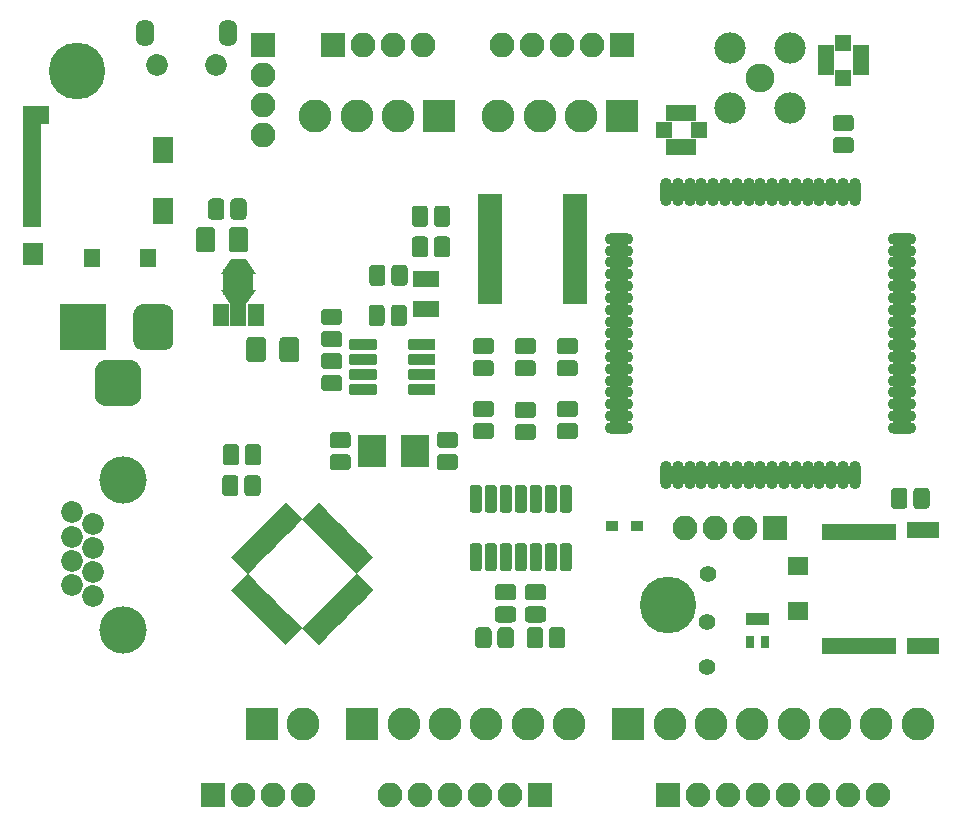
<source format=gts>
G04 #@! TF.GenerationSoftware,KiCad,Pcbnew,(5.1.5)-3*
G04 #@! TF.CreationDate,2020-05-04T21:38:57+10:00*
G04 #@! TF.ProjectId,BoSL,426f534c-2e6b-4696-9361-645f70636258,0.4*
G04 #@! TF.SameCoordinates,Original*
G04 #@! TF.FileFunction,Soldermask,Top*
G04 #@! TF.FilePolarity,Negative*
%FSLAX46Y46*%
G04 Gerber Fmt 4.6, Leading zero omitted, Abs format (unit mm)*
G04 Created by KiCad (PCBNEW (5.1.5)-3) date 2020-05-04 21:38:57*
%MOMM*%
%LPD*%
G04 APERTURE LIST*
%ADD10C,1.850000*%
%ADD11C,4.000000*%
%ADD12O,2.100000X2.100000*%
%ADD13R,2.100000X2.100000*%
%ADD14C,2.800000*%
%ADD15R,2.800000X2.800000*%
%ADD16R,1.400000X1.400000*%
%ADD17R,2.600000X1.450000*%
%ADD18R,2.400000X2.800000*%
%ADD19R,2.150000X0.850000*%
%ADD20C,0.100000*%
%ADD21R,0.800000X1.050000*%
%ADD22R,2.600000X2.240000*%
%ADD23R,1.400000X1.900000*%
%ADD24R,1.400000X2.200000*%
%ADD25C,1.400000*%
%ADD26C,4.800000*%
%ADD27R,1.000000X0.850000*%
%ADD28R,1.450000X2.600000*%
%ADD29C,2.650000*%
%ADD30C,2.450000*%
%ADD31O,1.600000X2.300000*%
%ADD32R,3.900000X3.900000*%
%ADD33R,2.200000X1.400000*%
%ADD34R,1.750000X2.300000*%
%ADD35R,1.400000X1.600000*%
%ADD36R,1.750000X1.950000*%
%ADD37R,2.200000X1.570000*%
%ADD38R,1.500000X1.150000*%
%ADD39R,1.500000X1.250000*%
%ADD40O,1.000000X2.400000*%
%ADD41O,2.400000X1.000000*%
%ADD42R,1.200000X1.400000*%
%ADD43R,2.700000X1.400000*%
%ADD44R,1.700000X1.500000*%
G04 APERTURE END LIST*
D10*
X118382000Y-111210000D03*
X118382000Y-109170000D03*
X118382000Y-107130000D03*
X118382000Y-105090000D03*
X120160000Y-112190000D03*
X120160000Y-106070000D03*
X120160000Y-110150000D03*
X120160000Y-108110000D03*
D11*
X122700000Y-102300000D03*
X122700000Y-115000000D03*
D12*
X186620000Y-129000000D03*
X184080000Y-129000000D03*
X181540000Y-129000000D03*
X179000000Y-129000000D03*
X176460000Y-129000000D03*
X173920000Y-129000000D03*
X171380000Y-129000000D03*
D13*
X168840000Y-129000000D03*
D12*
X145340000Y-129000000D03*
X147880000Y-129000000D03*
X150420000Y-129000000D03*
X152960000Y-129000000D03*
X155500000Y-129000000D03*
D13*
X158040000Y-129000000D03*
D12*
X138000000Y-129000000D03*
X135460000Y-129000000D03*
X132920000Y-129000000D03*
D13*
X130380000Y-129000000D03*
D12*
X148120000Y-65500000D03*
X145580000Y-65500000D03*
X143040000Y-65500000D03*
D13*
X140500000Y-65500000D03*
D12*
X134600000Y-73120000D03*
X134600000Y-70580000D03*
X134600000Y-68040000D03*
D13*
X134600000Y-65500000D03*
D14*
X154500000Y-71500000D03*
X158000000Y-71500000D03*
X161500000Y-71500000D03*
D15*
X165000000Y-71500000D03*
D12*
X154840000Y-65500000D03*
X157380000Y-65500000D03*
X159920000Y-65500000D03*
X162460000Y-65500000D03*
D13*
X165000000Y-65500000D03*
D14*
X190000000Y-123000000D03*
X186500000Y-123000000D03*
X183000000Y-123000000D03*
X179500000Y-123000000D03*
X176000000Y-123000000D03*
X172500000Y-123000000D03*
X169000000Y-123000000D03*
D15*
X165500000Y-123000000D03*
D14*
X138000000Y-123000000D03*
D15*
X134500000Y-123000000D03*
D14*
X139000000Y-71500000D03*
X142500000Y-71500000D03*
X146000000Y-71500000D03*
D15*
X149500000Y-71500000D03*
D14*
X160500000Y-123000000D03*
X157000000Y-123000000D03*
X153500000Y-123000000D03*
X150000000Y-123000000D03*
X146500000Y-123000000D03*
D15*
X143000000Y-123000000D03*
D16*
X171500000Y-72700000D03*
X168500000Y-72700000D03*
D17*
X170000000Y-71225000D03*
X170000000Y-74175000D03*
D18*
X147475000Y-99925000D03*
X143775000Y-99925000D03*
D19*
X153786000Y-87033000D03*
X153786000Y-86383000D03*
X153786000Y-85733000D03*
X153786000Y-85083000D03*
X153786000Y-84433000D03*
X153786000Y-83783000D03*
X153786000Y-83133000D03*
X153786000Y-82483000D03*
X153786000Y-81833000D03*
X153786000Y-81183000D03*
X153786000Y-80533000D03*
X153786000Y-79883000D03*
X153786000Y-79233000D03*
X153786000Y-78583000D03*
X160986000Y-78583000D03*
X160986000Y-79233000D03*
X160986000Y-79883000D03*
X160986000Y-80533000D03*
X160986000Y-81183000D03*
X160986000Y-81833000D03*
X160986000Y-82483000D03*
X160986000Y-83133000D03*
X160986000Y-83783000D03*
X160986000Y-84433000D03*
X160986000Y-85083000D03*
X160986000Y-85733000D03*
X160986000Y-86383000D03*
X160986000Y-87033000D03*
D20*
G36*
X152864504Y-102751204D02*
G01*
X152888773Y-102754804D01*
X152912571Y-102760765D01*
X152935671Y-102769030D01*
X152957849Y-102779520D01*
X152978893Y-102792133D01*
X152998598Y-102806747D01*
X153016777Y-102823223D01*
X153033253Y-102841402D01*
X153047867Y-102861107D01*
X153060480Y-102882151D01*
X153070970Y-102904329D01*
X153079235Y-102927429D01*
X153085196Y-102951227D01*
X153088796Y-102975496D01*
X153090000Y-103000000D01*
X153090000Y-104850000D01*
X153088796Y-104874504D01*
X153085196Y-104898773D01*
X153079235Y-104922571D01*
X153070970Y-104945671D01*
X153060480Y-104967849D01*
X153047867Y-104988893D01*
X153033253Y-105008598D01*
X153016777Y-105026777D01*
X152998598Y-105043253D01*
X152978893Y-105057867D01*
X152957849Y-105070480D01*
X152935671Y-105080970D01*
X152912571Y-105089235D01*
X152888773Y-105095196D01*
X152864504Y-105098796D01*
X152840000Y-105100000D01*
X152340000Y-105100000D01*
X152315496Y-105098796D01*
X152291227Y-105095196D01*
X152267429Y-105089235D01*
X152244329Y-105080970D01*
X152222151Y-105070480D01*
X152201107Y-105057867D01*
X152181402Y-105043253D01*
X152163223Y-105026777D01*
X152146747Y-105008598D01*
X152132133Y-104988893D01*
X152119520Y-104967849D01*
X152109030Y-104945671D01*
X152100765Y-104922571D01*
X152094804Y-104898773D01*
X152091204Y-104874504D01*
X152090000Y-104850000D01*
X152090000Y-103000000D01*
X152091204Y-102975496D01*
X152094804Y-102951227D01*
X152100765Y-102927429D01*
X152109030Y-102904329D01*
X152119520Y-102882151D01*
X152132133Y-102861107D01*
X152146747Y-102841402D01*
X152163223Y-102823223D01*
X152181402Y-102806747D01*
X152201107Y-102792133D01*
X152222151Y-102779520D01*
X152244329Y-102769030D01*
X152267429Y-102760765D01*
X152291227Y-102754804D01*
X152315496Y-102751204D01*
X152340000Y-102750000D01*
X152840000Y-102750000D01*
X152864504Y-102751204D01*
G37*
G36*
X154134504Y-102751204D02*
G01*
X154158773Y-102754804D01*
X154182571Y-102760765D01*
X154205671Y-102769030D01*
X154227849Y-102779520D01*
X154248893Y-102792133D01*
X154268598Y-102806747D01*
X154286777Y-102823223D01*
X154303253Y-102841402D01*
X154317867Y-102861107D01*
X154330480Y-102882151D01*
X154340970Y-102904329D01*
X154349235Y-102927429D01*
X154355196Y-102951227D01*
X154358796Y-102975496D01*
X154360000Y-103000000D01*
X154360000Y-104850000D01*
X154358796Y-104874504D01*
X154355196Y-104898773D01*
X154349235Y-104922571D01*
X154340970Y-104945671D01*
X154330480Y-104967849D01*
X154317867Y-104988893D01*
X154303253Y-105008598D01*
X154286777Y-105026777D01*
X154268598Y-105043253D01*
X154248893Y-105057867D01*
X154227849Y-105070480D01*
X154205671Y-105080970D01*
X154182571Y-105089235D01*
X154158773Y-105095196D01*
X154134504Y-105098796D01*
X154110000Y-105100000D01*
X153610000Y-105100000D01*
X153585496Y-105098796D01*
X153561227Y-105095196D01*
X153537429Y-105089235D01*
X153514329Y-105080970D01*
X153492151Y-105070480D01*
X153471107Y-105057867D01*
X153451402Y-105043253D01*
X153433223Y-105026777D01*
X153416747Y-105008598D01*
X153402133Y-104988893D01*
X153389520Y-104967849D01*
X153379030Y-104945671D01*
X153370765Y-104922571D01*
X153364804Y-104898773D01*
X153361204Y-104874504D01*
X153360000Y-104850000D01*
X153360000Y-103000000D01*
X153361204Y-102975496D01*
X153364804Y-102951227D01*
X153370765Y-102927429D01*
X153379030Y-102904329D01*
X153389520Y-102882151D01*
X153402133Y-102861107D01*
X153416747Y-102841402D01*
X153433223Y-102823223D01*
X153451402Y-102806747D01*
X153471107Y-102792133D01*
X153492151Y-102779520D01*
X153514329Y-102769030D01*
X153537429Y-102760765D01*
X153561227Y-102754804D01*
X153585496Y-102751204D01*
X153610000Y-102750000D01*
X154110000Y-102750000D01*
X154134504Y-102751204D01*
G37*
G36*
X155404504Y-102751204D02*
G01*
X155428773Y-102754804D01*
X155452571Y-102760765D01*
X155475671Y-102769030D01*
X155497849Y-102779520D01*
X155518893Y-102792133D01*
X155538598Y-102806747D01*
X155556777Y-102823223D01*
X155573253Y-102841402D01*
X155587867Y-102861107D01*
X155600480Y-102882151D01*
X155610970Y-102904329D01*
X155619235Y-102927429D01*
X155625196Y-102951227D01*
X155628796Y-102975496D01*
X155630000Y-103000000D01*
X155630000Y-104850000D01*
X155628796Y-104874504D01*
X155625196Y-104898773D01*
X155619235Y-104922571D01*
X155610970Y-104945671D01*
X155600480Y-104967849D01*
X155587867Y-104988893D01*
X155573253Y-105008598D01*
X155556777Y-105026777D01*
X155538598Y-105043253D01*
X155518893Y-105057867D01*
X155497849Y-105070480D01*
X155475671Y-105080970D01*
X155452571Y-105089235D01*
X155428773Y-105095196D01*
X155404504Y-105098796D01*
X155380000Y-105100000D01*
X154880000Y-105100000D01*
X154855496Y-105098796D01*
X154831227Y-105095196D01*
X154807429Y-105089235D01*
X154784329Y-105080970D01*
X154762151Y-105070480D01*
X154741107Y-105057867D01*
X154721402Y-105043253D01*
X154703223Y-105026777D01*
X154686747Y-105008598D01*
X154672133Y-104988893D01*
X154659520Y-104967849D01*
X154649030Y-104945671D01*
X154640765Y-104922571D01*
X154634804Y-104898773D01*
X154631204Y-104874504D01*
X154630000Y-104850000D01*
X154630000Y-103000000D01*
X154631204Y-102975496D01*
X154634804Y-102951227D01*
X154640765Y-102927429D01*
X154649030Y-102904329D01*
X154659520Y-102882151D01*
X154672133Y-102861107D01*
X154686747Y-102841402D01*
X154703223Y-102823223D01*
X154721402Y-102806747D01*
X154741107Y-102792133D01*
X154762151Y-102779520D01*
X154784329Y-102769030D01*
X154807429Y-102760765D01*
X154831227Y-102754804D01*
X154855496Y-102751204D01*
X154880000Y-102750000D01*
X155380000Y-102750000D01*
X155404504Y-102751204D01*
G37*
G36*
X156674504Y-102751204D02*
G01*
X156698773Y-102754804D01*
X156722571Y-102760765D01*
X156745671Y-102769030D01*
X156767849Y-102779520D01*
X156788893Y-102792133D01*
X156808598Y-102806747D01*
X156826777Y-102823223D01*
X156843253Y-102841402D01*
X156857867Y-102861107D01*
X156870480Y-102882151D01*
X156880970Y-102904329D01*
X156889235Y-102927429D01*
X156895196Y-102951227D01*
X156898796Y-102975496D01*
X156900000Y-103000000D01*
X156900000Y-104850000D01*
X156898796Y-104874504D01*
X156895196Y-104898773D01*
X156889235Y-104922571D01*
X156880970Y-104945671D01*
X156870480Y-104967849D01*
X156857867Y-104988893D01*
X156843253Y-105008598D01*
X156826777Y-105026777D01*
X156808598Y-105043253D01*
X156788893Y-105057867D01*
X156767849Y-105070480D01*
X156745671Y-105080970D01*
X156722571Y-105089235D01*
X156698773Y-105095196D01*
X156674504Y-105098796D01*
X156650000Y-105100000D01*
X156150000Y-105100000D01*
X156125496Y-105098796D01*
X156101227Y-105095196D01*
X156077429Y-105089235D01*
X156054329Y-105080970D01*
X156032151Y-105070480D01*
X156011107Y-105057867D01*
X155991402Y-105043253D01*
X155973223Y-105026777D01*
X155956747Y-105008598D01*
X155942133Y-104988893D01*
X155929520Y-104967849D01*
X155919030Y-104945671D01*
X155910765Y-104922571D01*
X155904804Y-104898773D01*
X155901204Y-104874504D01*
X155900000Y-104850000D01*
X155900000Y-103000000D01*
X155901204Y-102975496D01*
X155904804Y-102951227D01*
X155910765Y-102927429D01*
X155919030Y-102904329D01*
X155929520Y-102882151D01*
X155942133Y-102861107D01*
X155956747Y-102841402D01*
X155973223Y-102823223D01*
X155991402Y-102806747D01*
X156011107Y-102792133D01*
X156032151Y-102779520D01*
X156054329Y-102769030D01*
X156077429Y-102760765D01*
X156101227Y-102754804D01*
X156125496Y-102751204D01*
X156150000Y-102750000D01*
X156650000Y-102750000D01*
X156674504Y-102751204D01*
G37*
G36*
X157944504Y-102751204D02*
G01*
X157968773Y-102754804D01*
X157992571Y-102760765D01*
X158015671Y-102769030D01*
X158037849Y-102779520D01*
X158058893Y-102792133D01*
X158078598Y-102806747D01*
X158096777Y-102823223D01*
X158113253Y-102841402D01*
X158127867Y-102861107D01*
X158140480Y-102882151D01*
X158150970Y-102904329D01*
X158159235Y-102927429D01*
X158165196Y-102951227D01*
X158168796Y-102975496D01*
X158170000Y-103000000D01*
X158170000Y-104850000D01*
X158168796Y-104874504D01*
X158165196Y-104898773D01*
X158159235Y-104922571D01*
X158150970Y-104945671D01*
X158140480Y-104967849D01*
X158127867Y-104988893D01*
X158113253Y-105008598D01*
X158096777Y-105026777D01*
X158078598Y-105043253D01*
X158058893Y-105057867D01*
X158037849Y-105070480D01*
X158015671Y-105080970D01*
X157992571Y-105089235D01*
X157968773Y-105095196D01*
X157944504Y-105098796D01*
X157920000Y-105100000D01*
X157420000Y-105100000D01*
X157395496Y-105098796D01*
X157371227Y-105095196D01*
X157347429Y-105089235D01*
X157324329Y-105080970D01*
X157302151Y-105070480D01*
X157281107Y-105057867D01*
X157261402Y-105043253D01*
X157243223Y-105026777D01*
X157226747Y-105008598D01*
X157212133Y-104988893D01*
X157199520Y-104967849D01*
X157189030Y-104945671D01*
X157180765Y-104922571D01*
X157174804Y-104898773D01*
X157171204Y-104874504D01*
X157170000Y-104850000D01*
X157170000Y-103000000D01*
X157171204Y-102975496D01*
X157174804Y-102951227D01*
X157180765Y-102927429D01*
X157189030Y-102904329D01*
X157199520Y-102882151D01*
X157212133Y-102861107D01*
X157226747Y-102841402D01*
X157243223Y-102823223D01*
X157261402Y-102806747D01*
X157281107Y-102792133D01*
X157302151Y-102779520D01*
X157324329Y-102769030D01*
X157347429Y-102760765D01*
X157371227Y-102754804D01*
X157395496Y-102751204D01*
X157420000Y-102750000D01*
X157920000Y-102750000D01*
X157944504Y-102751204D01*
G37*
G36*
X159214504Y-102751204D02*
G01*
X159238773Y-102754804D01*
X159262571Y-102760765D01*
X159285671Y-102769030D01*
X159307849Y-102779520D01*
X159328893Y-102792133D01*
X159348598Y-102806747D01*
X159366777Y-102823223D01*
X159383253Y-102841402D01*
X159397867Y-102861107D01*
X159410480Y-102882151D01*
X159420970Y-102904329D01*
X159429235Y-102927429D01*
X159435196Y-102951227D01*
X159438796Y-102975496D01*
X159440000Y-103000000D01*
X159440000Y-104850000D01*
X159438796Y-104874504D01*
X159435196Y-104898773D01*
X159429235Y-104922571D01*
X159420970Y-104945671D01*
X159410480Y-104967849D01*
X159397867Y-104988893D01*
X159383253Y-105008598D01*
X159366777Y-105026777D01*
X159348598Y-105043253D01*
X159328893Y-105057867D01*
X159307849Y-105070480D01*
X159285671Y-105080970D01*
X159262571Y-105089235D01*
X159238773Y-105095196D01*
X159214504Y-105098796D01*
X159190000Y-105100000D01*
X158690000Y-105100000D01*
X158665496Y-105098796D01*
X158641227Y-105095196D01*
X158617429Y-105089235D01*
X158594329Y-105080970D01*
X158572151Y-105070480D01*
X158551107Y-105057867D01*
X158531402Y-105043253D01*
X158513223Y-105026777D01*
X158496747Y-105008598D01*
X158482133Y-104988893D01*
X158469520Y-104967849D01*
X158459030Y-104945671D01*
X158450765Y-104922571D01*
X158444804Y-104898773D01*
X158441204Y-104874504D01*
X158440000Y-104850000D01*
X158440000Y-103000000D01*
X158441204Y-102975496D01*
X158444804Y-102951227D01*
X158450765Y-102927429D01*
X158459030Y-102904329D01*
X158469520Y-102882151D01*
X158482133Y-102861107D01*
X158496747Y-102841402D01*
X158513223Y-102823223D01*
X158531402Y-102806747D01*
X158551107Y-102792133D01*
X158572151Y-102779520D01*
X158594329Y-102769030D01*
X158617429Y-102760765D01*
X158641227Y-102754804D01*
X158665496Y-102751204D01*
X158690000Y-102750000D01*
X159190000Y-102750000D01*
X159214504Y-102751204D01*
G37*
G36*
X160484504Y-102751204D02*
G01*
X160508773Y-102754804D01*
X160532571Y-102760765D01*
X160555671Y-102769030D01*
X160577849Y-102779520D01*
X160598893Y-102792133D01*
X160618598Y-102806747D01*
X160636777Y-102823223D01*
X160653253Y-102841402D01*
X160667867Y-102861107D01*
X160680480Y-102882151D01*
X160690970Y-102904329D01*
X160699235Y-102927429D01*
X160705196Y-102951227D01*
X160708796Y-102975496D01*
X160710000Y-103000000D01*
X160710000Y-104850000D01*
X160708796Y-104874504D01*
X160705196Y-104898773D01*
X160699235Y-104922571D01*
X160690970Y-104945671D01*
X160680480Y-104967849D01*
X160667867Y-104988893D01*
X160653253Y-105008598D01*
X160636777Y-105026777D01*
X160618598Y-105043253D01*
X160598893Y-105057867D01*
X160577849Y-105070480D01*
X160555671Y-105080970D01*
X160532571Y-105089235D01*
X160508773Y-105095196D01*
X160484504Y-105098796D01*
X160460000Y-105100000D01*
X159960000Y-105100000D01*
X159935496Y-105098796D01*
X159911227Y-105095196D01*
X159887429Y-105089235D01*
X159864329Y-105080970D01*
X159842151Y-105070480D01*
X159821107Y-105057867D01*
X159801402Y-105043253D01*
X159783223Y-105026777D01*
X159766747Y-105008598D01*
X159752133Y-104988893D01*
X159739520Y-104967849D01*
X159729030Y-104945671D01*
X159720765Y-104922571D01*
X159714804Y-104898773D01*
X159711204Y-104874504D01*
X159710000Y-104850000D01*
X159710000Y-103000000D01*
X159711204Y-102975496D01*
X159714804Y-102951227D01*
X159720765Y-102927429D01*
X159729030Y-102904329D01*
X159739520Y-102882151D01*
X159752133Y-102861107D01*
X159766747Y-102841402D01*
X159783223Y-102823223D01*
X159801402Y-102806747D01*
X159821107Y-102792133D01*
X159842151Y-102779520D01*
X159864329Y-102769030D01*
X159887429Y-102760765D01*
X159911227Y-102754804D01*
X159935496Y-102751204D01*
X159960000Y-102750000D01*
X160460000Y-102750000D01*
X160484504Y-102751204D01*
G37*
G36*
X160484504Y-107701204D02*
G01*
X160508773Y-107704804D01*
X160532571Y-107710765D01*
X160555671Y-107719030D01*
X160577849Y-107729520D01*
X160598893Y-107742133D01*
X160618598Y-107756747D01*
X160636777Y-107773223D01*
X160653253Y-107791402D01*
X160667867Y-107811107D01*
X160680480Y-107832151D01*
X160690970Y-107854329D01*
X160699235Y-107877429D01*
X160705196Y-107901227D01*
X160708796Y-107925496D01*
X160710000Y-107950000D01*
X160710000Y-109800000D01*
X160708796Y-109824504D01*
X160705196Y-109848773D01*
X160699235Y-109872571D01*
X160690970Y-109895671D01*
X160680480Y-109917849D01*
X160667867Y-109938893D01*
X160653253Y-109958598D01*
X160636777Y-109976777D01*
X160618598Y-109993253D01*
X160598893Y-110007867D01*
X160577849Y-110020480D01*
X160555671Y-110030970D01*
X160532571Y-110039235D01*
X160508773Y-110045196D01*
X160484504Y-110048796D01*
X160460000Y-110050000D01*
X159960000Y-110050000D01*
X159935496Y-110048796D01*
X159911227Y-110045196D01*
X159887429Y-110039235D01*
X159864329Y-110030970D01*
X159842151Y-110020480D01*
X159821107Y-110007867D01*
X159801402Y-109993253D01*
X159783223Y-109976777D01*
X159766747Y-109958598D01*
X159752133Y-109938893D01*
X159739520Y-109917849D01*
X159729030Y-109895671D01*
X159720765Y-109872571D01*
X159714804Y-109848773D01*
X159711204Y-109824504D01*
X159710000Y-109800000D01*
X159710000Y-107950000D01*
X159711204Y-107925496D01*
X159714804Y-107901227D01*
X159720765Y-107877429D01*
X159729030Y-107854329D01*
X159739520Y-107832151D01*
X159752133Y-107811107D01*
X159766747Y-107791402D01*
X159783223Y-107773223D01*
X159801402Y-107756747D01*
X159821107Y-107742133D01*
X159842151Y-107729520D01*
X159864329Y-107719030D01*
X159887429Y-107710765D01*
X159911227Y-107704804D01*
X159935496Y-107701204D01*
X159960000Y-107700000D01*
X160460000Y-107700000D01*
X160484504Y-107701204D01*
G37*
G36*
X159214504Y-107701204D02*
G01*
X159238773Y-107704804D01*
X159262571Y-107710765D01*
X159285671Y-107719030D01*
X159307849Y-107729520D01*
X159328893Y-107742133D01*
X159348598Y-107756747D01*
X159366777Y-107773223D01*
X159383253Y-107791402D01*
X159397867Y-107811107D01*
X159410480Y-107832151D01*
X159420970Y-107854329D01*
X159429235Y-107877429D01*
X159435196Y-107901227D01*
X159438796Y-107925496D01*
X159440000Y-107950000D01*
X159440000Y-109800000D01*
X159438796Y-109824504D01*
X159435196Y-109848773D01*
X159429235Y-109872571D01*
X159420970Y-109895671D01*
X159410480Y-109917849D01*
X159397867Y-109938893D01*
X159383253Y-109958598D01*
X159366777Y-109976777D01*
X159348598Y-109993253D01*
X159328893Y-110007867D01*
X159307849Y-110020480D01*
X159285671Y-110030970D01*
X159262571Y-110039235D01*
X159238773Y-110045196D01*
X159214504Y-110048796D01*
X159190000Y-110050000D01*
X158690000Y-110050000D01*
X158665496Y-110048796D01*
X158641227Y-110045196D01*
X158617429Y-110039235D01*
X158594329Y-110030970D01*
X158572151Y-110020480D01*
X158551107Y-110007867D01*
X158531402Y-109993253D01*
X158513223Y-109976777D01*
X158496747Y-109958598D01*
X158482133Y-109938893D01*
X158469520Y-109917849D01*
X158459030Y-109895671D01*
X158450765Y-109872571D01*
X158444804Y-109848773D01*
X158441204Y-109824504D01*
X158440000Y-109800000D01*
X158440000Y-107950000D01*
X158441204Y-107925496D01*
X158444804Y-107901227D01*
X158450765Y-107877429D01*
X158459030Y-107854329D01*
X158469520Y-107832151D01*
X158482133Y-107811107D01*
X158496747Y-107791402D01*
X158513223Y-107773223D01*
X158531402Y-107756747D01*
X158551107Y-107742133D01*
X158572151Y-107729520D01*
X158594329Y-107719030D01*
X158617429Y-107710765D01*
X158641227Y-107704804D01*
X158665496Y-107701204D01*
X158690000Y-107700000D01*
X159190000Y-107700000D01*
X159214504Y-107701204D01*
G37*
G36*
X157944504Y-107701204D02*
G01*
X157968773Y-107704804D01*
X157992571Y-107710765D01*
X158015671Y-107719030D01*
X158037849Y-107729520D01*
X158058893Y-107742133D01*
X158078598Y-107756747D01*
X158096777Y-107773223D01*
X158113253Y-107791402D01*
X158127867Y-107811107D01*
X158140480Y-107832151D01*
X158150970Y-107854329D01*
X158159235Y-107877429D01*
X158165196Y-107901227D01*
X158168796Y-107925496D01*
X158170000Y-107950000D01*
X158170000Y-109800000D01*
X158168796Y-109824504D01*
X158165196Y-109848773D01*
X158159235Y-109872571D01*
X158150970Y-109895671D01*
X158140480Y-109917849D01*
X158127867Y-109938893D01*
X158113253Y-109958598D01*
X158096777Y-109976777D01*
X158078598Y-109993253D01*
X158058893Y-110007867D01*
X158037849Y-110020480D01*
X158015671Y-110030970D01*
X157992571Y-110039235D01*
X157968773Y-110045196D01*
X157944504Y-110048796D01*
X157920000Y-110050000D01*
X157420000Y-110050000D01*
X157395496Y-110048796D01*
X157371227Y-110045196D01*
X157347429Y-110039235D01*
X157324329Y-110030970D01*
X157302151Y-110020480D01*
X157281107Y-110007867D01*
X157261402Y-109993253D01*
X157243223Y-109976777D01*
X157226747Y-109958598D01*
X157212133Y-109938893D01*
X157199520Y-109917849D01*
X157189030Y-109895671D01*
X157180765Y-109872571D01*
X157174804Y-109848773D01*
X157171204Y-109824504D01*
X157170000Y-109800000D01*
X157170000Y-107950000D01*
X157171204Y-107925496D01*
X157174804Y-107901227D01*
X157180765Y-107877429D01*
X157189030Y-107854329D01*
X157199520Y-107832151D01*
X157212133Y-107811107D01*
X157226747Y-107791402D01*
X157243223Y-107773223D01*
X157261402Y-107756747D01*
X157281107Y-107742133D01*
X157302151Y-107729520D01*
X157324329Y-107719030D01*
X157347429Y-107710765D01*
X157371227Y-107704804D01*
X157395496Y-107701204D01*
X157420000Y-107700000D01*
X157920000Y-107700000D01*
X157944504Y-107701204D01*
G37*
G36*
X156674504Y-107701204D02*
G01*
X156698773Y-107704804D01*
X156722571Y-107710765D01*
X156745671Y-107719030D01*
X156767849Y-107729520D01*
X156788893Y-107742133D01*
X156808598Y-107756747D01*
X156826777Y-107773223D01*
X156843253Y-107791402D01*
X156857867Y-107811107D01*
X156870480Y-107832151D01*
X156880970Y-107854329D01*
X156889235Y-107877429D01*
X156895196Y-107901227D01*
X156898796Y-107925496D01*
X156900000Y-107950000D01*
X156900000Y-109800000D01*
X156898796Y-109824504D01*
X156895196Y-109848773D01*
X156889235Y-109872571D01*
X156880970Y-109895671D01*
X156870480Y-109917849D01*
X156857867Y-109938893D01*
X156843253Y-109958598D01*
X156826777Y-109976777D01*
X156808598Y-109993253D01*
X156788893Y-110007867D01*
X156767849Y-110020480D01*
X156745671Y-110030970D01*
X156722571Y-110039235D01*
X156698773Y-110045196D01*
X156674504Y-110048796D01*
X156650000Y-110050000D01*
X156150000Y-110050000D01*
X156125496Y-110048796D01*
X156101227Y-110045196D01*
X156077429Y-110039235D01*
X156054329Y-110030970D01*
X156032151Y-110020480D01*
X156011107Y-110007867D01*
X155991402Y-109993253D01*
X155973223Y-109976777D01*
X155956747Y-109958598D01*
X155942133Y-109938893D01*
X155929520Y-109917849D01*
X155919030Y-109895671D01*
X155910765Y-109872571D01*
X155904804Y-109848773D01*
X155901204Y-109824504D01*
X155900000Y-109800000D01*
X155900000Y-107950000D01*
X155901204Y-107925496D01*
X155904804Y-107901227D01*
X155910765Y-107877429D01*
X155919030Y-107854329D01*
X155929520Y-107832151D01*
X155942133Y-107811107D01*
X155956747Y-107791402D01*
X155973223Y-107773223D01*
X155991402Y-107756747D01*
X156011107Y-107742133D01*
X156032151Y-107729520D01*
X156054329Y-107719030D01*
X156077429Y-107710765D01*
X156101227Y-107704804D01*
X156125496Y-107701204D01*
X156150000Y-107700000D01*
X156650000Y-107700000D01*
X156674504Y-107701204D01*
G37*
G36*
X155404504Y-107701204D02*
G01*
X155428773Y-107704804D01*
X155452571Y-107710765D01*
X155475671Y-107719030D01*
X155497849Y-107729520D01*
X155518893Y-107742133D01*
X155538598Y-107756747D01*
X155556777Y-107773223D01*
X155573253Y-107791402D01*
X155587867Y-107811107D01*
X155600480Y-107832151D01*
X155610970Y-107854329D01*
X155619235Y-107877429D01*
X155625196Y-107901227D01*
X155628796Y-107925496D01*
X155630000Y-107950000D01*
X155630000Y-109800000D01*
X155628796Y-109824504D01*
X155625196Y-109848773D01*
X155619235Y-109872571D01*
X155610970Y-109895671D01*
X155600480Y-109917849D01*
X155587867Y-109938893D01*
X155573253Y-109958598D01*
X155556777Y-109976777D01*
X155538598Y-109993253D01*
X155518893Y-110007867D01*
X155497849Y-110020480D01*
X155475671Y-110030970D01*
X155452571Y-110039235D01*
X155428773Y-110045196D01*
X155404504Y-110048796D01*
X155380000Y-110050000D01*
X154880000Y-110050000D01*
X154855496Y-110048796D01*
X154831227Y-110045196D01*
X154807429Y-110039235D01*
X154784329Y-110030970D01*
X154762151Y-110020480D01*
X154741107Y-110007867D01*
X154721402Y-109993253D01*
X154703223Y-109976777D01*
X154686747Y-109958598D01*
X154672133Y-109938893D01*
X154659520Y-109917849D01*
X154649030Y-109895671D01*
X154640765Y-109872571D01*
X154634804Y-109848773D01*
X154631204Y-109824504D01*
X154630000Y-109800000D01*
X154630000Y-107950000D01*
X154631204Y-107925496D01*
X154634804Y-107901227D01*
X154640765Y-107877429D01*
X154649030Y-107854329D01*
X154659520Y-107832151D01*
X154672133Y-107811107D01*
X154686747Y-107791402D01*
X154703223Y-107773223D01*
X154721402Y-107756747D01*
X154741107Y-107742133D01*
X154762151Y-107729520D01*
X154784329Y-107719030D01*
X154807429Y-107710765D01*
X154831227Y-107704804D01*
X154855496Y-107701204D01*
X154880000Y-107700000D01*
X155380000Y-107700000D01*
X155404504Y-107701204D01*
G37*
G36*
X154134504Y-107701204D02*
G01*
X154158773Y-107704804D01*
X154182571Y-107710765D01*
X154205671Y-107719030D01*
X154227849Y-107729520D01*
X154248893Y-107742133D01*
X154268598Y-107756747D01*
X154286777Y-107773223D01*
X154303253Y-107791402D01*
X154317867Y-107811107D01*
X154330480Y-107832151D01*
X154340970Y-107854329D01*
X154349235Y-107877429D01*
X154355196Y-107901227D01*
X154358796Y-107925496D01*
X154360000Y-107950000D01*
X154360000Y-109800000D01*
X154358796Y-109824504D01*
X154355196Y-109848773D01*
X154349235Y-109872571D01*
X154340970Y-109895671D01*
X154330480Y-109917849D01*
X154317867Y-109938893D01*
X154303253Y-109958598D01*
X154286777Y-109976777D01*
X154268598Y-109993253D01*
X154248893Y-110007867D01*
X154227849Y-110020480D01*
X154205671Y-110030970D01*
X154182571Y-110039235D01*
X154158773Y-110045196D01*
X154134504Y-110048796D01*
X154110000Y-110050000D01*
X153610000Y-110050000D01*
X153585496Y-110048796D01*
X153561227Y-110045196D01*
X153537429Y-110039235D01*
X153514329Y-110030970D01*
X153492151Y-110020480D01*
X153471107Y-110007867D01*
X153451402Y-109993253D01*
X153433223Y-109976777D01*
X153416747Y-109958598D01*
X153402133Y-109938893D01*
X153389520Y-109917849D01*
X153379030Y-109895671D01*
X153370765Y-109872571D01*
X153364804Y-109848773D01*
X153361204Y-109824504D01*
X153360000Y-109800000D01*
X153360000Y-107950000D01*
X153361204Y-107925496D01*
X153364804Y-107901227D01*
X153370765Y-107877429D01*
X153379030Y-107854329D01*
X153389520Y-107832151D01*
X153402133Y-107811107D01*
X153416747Y-107791402D01*
X153433223Y-107773223D01*
X153451402Y-107756747D01*
X153471107Y-107742133D01*
X153492151Y-107729520D01*
X153514329Y-107719030D01*
X153537429Y-107710765D01*
X153561227Y-107704804D01*
X153585496Y-107701204D01*
X153610000Y-107700000D01*
X154110000Y-107700000D01*
X154134504Y-107701204D01*
G37*
G36*
X152864504Y-107701204D02*
G01*
X152888773Y-107704804D01*
X152912571Y-107710765D01*
X152935671Y-107719030D01*
X152957849Y-107729520D01*
X152978893Y-107742133D01*
X152998598Y-107756747D01*
X153016777Y-107773223D01*
X153033253Y-107791402D01*
X153047867Y-107811107D01*
X153060480Y-107832151D01*
X153070970Y-107854329D01*
X153079235Y-107877429D01*
X153085196Y-107901227D01*
X153088796Y-107925496D01*
X153090000Y-107950000D01*
X153090000Y-109800000D01*
X153088796Y-109824504D01*
X153085196Y-109848773D01*
X153079235Y-109872571D01*
X153070970Y-109895671D01*
X153060480Y-109917849D01*
X153047867Y-109938893D01*
X153033253Y-109958598D01*
X153016777Y-109976777D01*
X152998598Y-109993253D01*
X152978893Y-110007867D01*
X152957849Y-110020480D01*
X152935671Y-110030970D01*
X152912571Y-110039235D01*
X152888773Y-110045196D01*
X152864504Y-110048796D01*
X152840000Y-110050000D01*
X152340000Y-110050000D01*
X152315496Y-110048796D01*
X152291227Y-110045196D01*
X152267429Y-110039235D01*
X152244329Y-110030970D01*
X152222151Y-110020480D01*
X152201107Y-110007867D01*
X152181402Y-109993253D01*
X152163223Y-109976777D01*
X152146747Y-109958598D01*
X152132133Y-109938893D01*
X152119520Y-109917849D01*
X152109030Y-109895671D01*
X152100765Y-109872571D01*
X152094804Y-109848773D01*
X152091204Y-109824504D01*
X152090000Y-109800000D01*
X152090000Y-107950000D01*
X152091204Y-107925496D01*
X152094804Y-107901227D01*
X152100765Y-107877429D01*
X152109030Y-107854329D01*
X152119520Y-107832151D01*
X152132133Y-107811107D01*
X152146747Y-107791402D01*
X152163223Y-107773223D01*
X152181402Y-107756747D01*
X152201107Y-107742133D01*
X152222151Y-107729520D01*
X152244329Y-107719030D01*
X152267429Y-107710765D01*
X152291227Y-107704804D01*
X152315496Y-107701204D01*
X152340000Y-107700000D01*
X152840000Y-107700000D01*
X152864504Y-107701204D01*
G37*
D21*
X177100000Y-116020000D03*
X175800000Y-116020000D03*
X176450000Y-114120000D03*
X175800000Y-114120000D03*
X177100000Y-114120000D03*
D20*
G36*
X133984131Y-86276200D02*
G01*
X133004131Y-87676200D01*
X131995869Y-87676200D01*
X131015869Y-86276200D01*
X133984131Y-86276200D01*
G37*
D22*
X132500000Y-85566500D03*
D23*
X134000000Y-88380000D03*
D24*
X132500000Y-88233500D03*
D23*
X131000000Y-88380000D03*
D20*
G36*
X131014016Y-84858000D02*
G01*
X131896368Y-83608000D01*
X133103632Y-83608000D01*
X133985984Y-84858000D01*
X131014016Y-84858000D01*
G37*
D25*
X172226000Y-110294000D03*
X172200000Y-118200000D03*
X172200000Y-114400000D03*
D12*
X170340000Y-106430000D03*
X172880000Y-106430000D03*
X175420000Y-106430000D03*
D13*
X177960000Y-106430000D03*
D26*
X168900000Y-112900000D03*
X118800000Y-67700000D03*
D27*
X166250000Y-106200000D03*
X164150000Y-106200000D03*
D16*
X183700000Y-68300000D03*
X183700000Y-65300000D03*
D28*
X185175000Y-66800000D03*
X182225000Y-66800000D03*
D29*
X179240000Y-70840000D03*
X179240000Y-65760000D03*
X174160000Y-65760000D03*
X174160000Y-70840000D03*
D30*
X176700000Y-68300000D03*
D31*
X131600000Y-64500000D03*
X124600000Y-64500000D03*
D10*
X130600000Y-67200000D03*
X125600000Y-67200000D03*
D20*
G36*
X123370567Y-92154695D02*
G01*
X123465213Y-92168734D01*
X123558028Y-92191983D01*
X123648116Y-92224217D01*
X123734612Y-92265127D01*
X123816681Y-92314317D01*
X123893533Y-92371315D01*
X123964429Y-92435571D01*
X124028685Y-92506467D01*
X124085683Y-92583319D01*
X124134873Y-92665388D01*
X124175783Y-92751884D01*
X124208017Y-92841972D01*
X124231266Y-92934787D01*
X124245305Y-93029433D01*
X124250000Y-93125000D01*
X124250000Y-95075000D01*
X124245305Y-95170567D01*
X124231266Y-95265213D01*
X124208017Y-95358028D01*
X124175783Y-95448116D01*
X124134873Y-95534612D01*
X124085683Y-95616681D01*
X124028685Y-95693533D01*
X123964429Y-95764429D01*
X123893533Y-95828685D01*
X123816681Y-95885683D01*
X123734612Y-95934873D01*
X123648116Y-95975783D01*
X123558028Y-96008017D01*
X123465213Y-96031266D01*
X123370567Y-96045305D01*
X123275000Y-96050000D01*
X121325000Y-96050000D01*
X121229433Y-96045305D01*
X121134787Y-96031266D01*
X121041972Y-96008017D01*
X120951884Y-95975783D01*
X120865388Y-95934873D01*
X120783319Y-95885683D01*
X120706467Y-95828685D01*
X120635571Y-95764429D01*
X120571315Y-95693533D01*
X120514317Y-95616681D01*
X120465127Y-95534612D01*
X120424217Y-95448116D01*
X120391983Y-95358028D01*
X120368734Y-95265213D01*
X120354695Y-95170567D01*
X120350000Y-95075000D01*
X120350000Y-93125000D01*
X120354695Y-93029433D01*
X120368734Y-92934787D01*
X120391983Y-92841972D01*
X120424217Y-92751884D01*
X120465127Y-92665388D01*
X120514317Y-92583319D01*
X120571315Y-92506467D01*
X120635571Y-92435571D01*
X120706467Y-92371315D01*
X120783319Y-92314317D01*
X120865388Y-92265127D01*
X120951884Y-92224217D01*
X121041972Y-92191983D01*
X121134787Y-92168734D01*
X121229433Y-92154695D01*
X121325000Y-92150000D01*
X123275000Y-92150000D01*
X123370567Y-92154695D01*
G37*
G36*
X126233315Y-87454093D02*
G01*
X126315827Y-87466333D01*
X126396742Y-87486601D01*
X126475281Y-87514702D01*
X126550687Y-87550367D01*
X126622235Y-87593251D01*
X126689234Y-87642941D01*
X126751041Y-87698959D01*
X126807059Y-87760766D01*
X126856749Y-87827765D01*
X126899633Y-87899313D01*
X126935298Y-87974719D01*
X126963399Y-88053258D01*
X126983667Y-88134173D01*
X126995907Y-88216685D01*
X127000000Y-88300000D01*
X127000000Y-90500000D01*
X126995907Y-90583315D01*
X126983667Y-90665827D01*
X126963399Y-90746742D01*
X126935298Y-90825281D01*
X126899633Y-90900687D01*
X126856749Y-90972235D01*
X126807059Y-91039234D01*
X126751041Y-91101041D01*
X126689234Y-91157059D01*
X126622235Y-91206749D01*
X126550687Y-91249633D01*
X126475281Y-91285298D01*
X126396742Y-91313399D01*
X126315827Y-91333667D01*
X126233315Y-91345907D01*
X126150000Y-91350000D01*
X124450000Y-91350000D01*
X124366685Y-91345907D01*
X124284173Y-91333667D01*
X124203258Y-91313399D01*
X124124719Y-91285298D01*
X124049313Y-91249633D01*
X123977765Y-91206749D01*
X123910766Y-91157059D01*
X123848959Y-91101041D01*
X123792941Y-91039234D01*
X123743251Y-90972235D01*
X123700367Y-90900687D01*
X123664702Y-90825281D01*
X123636601Y-90746742D01*
X123616333Y-90665827D01*
X123604093Y-90583315D01*
X123600000Y-90500000D01*
X123600000Y-88300000D01*
X123604093Y-88216685D01*
X123616333Y-88134173D01*
X123636601Y-88053258D01*
X123664702Y-87974719D01*
X123700367Y-87899313D01*
X123743251Y-87827765D01*
X123792941Y-87760766D01*
X123848959Y-87698959D01*
X123910766Y-87642941D01*
X123977765Y-87593251D01*
X124049313Y-87550367D01*
X124124719Y-87514702D01*
X124203258Y-87486601D01*
X124284173Y-87466333D01*
X124366685Y-87454093D01*
X124450000Y-87450000D01*
X126150000Y-87450000D01*
X126233315Y-87454093D01*
G37*
D32*
X119300000Y-89400000D03*
D20*
G36*
X148239943Y-81701655D02*
G01*
X148273312Y-81706605D01*
X148306035Y-81714802D01*
X148337797Y-81726166D01*
X148368293Y-81740590D01*
X148397227Y-81757932D01*
X148424323Y-81778028D01*
X148449318Y-81800682D01*
X148471972Y-81825677D01*
X148492068Y-81852773D01*
X148509410Y-81881707D01*
X148523834Y-81912203D01*
X148535198Y-81943965D01*
X148543395Y-81976688D01*
X148548345Y-82010057D01*
X148550000Y-82043750D01*
X148550000Y-83156250D01*
X148548345Y-83189943D01*
X148543395Y-83223312D01*
X148535198Y-83256035D01*
X148523834Y-83287797D01*
X148509410Y-83318293D01*
X148492068Y-83347227D01*
X148471972Y-83374323D01*
X148449318Y-83399318D01*
X148424323Y-83421972D01*
X148397227Y-83442068D01*
X148368293Y-83459410D01*
X148337797Y-83473834D01*
X148306035Y-83485198D01*
X148273312Y-83493395D01*
X148239943Y-83498345D01*
X148206250Y-83500000D01*
X147518750Y-83500000D01*
X147485057Y-83498345D01*
X147451688Y-83493395D01*
X147418965Y-83485198D01*
X147387203Y-83473834D01*
X147356707Y-83459410D01*
X147327773Y-83442068D01*
X147300677Y-83421972D01*
X147275682Y-83399318D01*
X147253028Y-83374323D01*
X147232932Y-83347227D01*
X147215590Y-83318293D01*
X147201166Y-83287797D01*
X147189802Y-83256035D01*
X147181605Y-83223312D01*
X147176655Y-83189943D01*
X147175000Y-83156250D01*
X147175000Y-82043750D01*
X147176655Y-82010057D01*
X147181605Y-81976688D01*
X147189802Y-81943965D01*
X147201166Y-81912203D01*
X147215590Y-81881707D01*
X147232932Y-81852773D01*
X147253028Y-81825677D01*
X147275682Y-81800682D01*
X147300677Y-81778028D01*
X147327773Y-81757932D01*
X147356707Y-81740590D01*
X147387203Y-81726166D01*
X147418965Y-81714802D01*
X147451688Y-81706605D01*
X147485057Y-81701655D01*
X147518750Y-81700000D01*
X148206250Y-81700000D01*
X148239943Y-81701655D01*
G37*
G36*
X150114943Y-81701655D02*
G01*
X150148312Y-81706605D01*
X150181035Y-81714802D01*
X150212797Y-81726166D01*
X150243293Y-81740590D01*
X150272227Y-81757932D01*
X150299323Y-81778028D01*
X150324318Y-81800682D01*
X150346972Y-81825677D01*
X150367068Y-81852773D01*
X150384410Y-81881707D01*
X150398834Y-81912203D01*
X150410198Y-81943965D01*
X150418395Y-81976688D01*
X150423345Y-82010057D01*
X150425000Y-82043750D01*
X150425000Y-83156250D01*
X150423345Y-83189943D01*
X150418395Y-83223312D01*
X150410198Y-83256035D01*
X150398834Y-83287797D01*
X150384410Y-83318293D01*
X150367068Y-83347227D01*
X150346972Y-83374323D01*
X150324318Y-83399318D01*
X150299323Y-83421972D01*
X150272227Y-83442068D01*
X150243293Y-83459410D01*
X150212797Y-83473834D01*
X150181035Y-83485198D01*
X150148312Y-83493395D01*
X150114943Y-83498345D01*
X150081250Y-83500000D01*
X149393750Y-83500000D01*
X149360057Y-83498345D01*
X149326688Y-83493395D01*
X149293965Y-83485198D01*
X149262203Y-83473834D01*
X149231707Y-83459410D01*
X149202773Y-83442068D01*
X149175677Y-83421972D01*
X149150682Y-83399318D01*
X149128028Y-83374323D01*
X149107932Y-83347227D01*
X149090590Y-83318293D01*
X149076166Y-83287797D01*
X149064802Y-83256035D01*
X149056605Y-83223312D01*
X149051655Y-83189943D01*
X149050000Y-83156250D01*
X149050000Y-82043750D01*
X149051655Y-82010057D01*
X149056605Y-81976688D01*
X149064802Y-81943965D01*
X149076166Y-81912203D01*
X149090590Y-81881707D01*
X149107932Y-81852773D01*
X149128028Y-81825677D01*
X149150682Y-81800682D01*
X149175677Y-81778028D01*
X149202773Y-81757932D01*
X149231707Y-81740590D01*
X149262203Y-81726166D01*
X149293965Y-81714802D01*
X149326688Y-81706605D01*
X149360057Y-81701655D01*
X149393750Y-81700000D01*
X150081250Y-81700000D01*
X150114943Y-81701655D01*
G37*
G36*
X160931943Y-90316655D02*
G01*
X160965312Y-90321605D01*
X160998035Y-90329802D01*
X161029797Y-90341166D01*
X161060293Y-90355590D01*
X161089227Y-90372932D01*
X161116323Y-90393028D01*
X161141318Y-90415682D01*
X161163972Y-90440677D01*
X161184068Y-90467773D01*
X161201410Y-90496707D01*
X161215834Y-90527203D01*
X161227198Y-90558965D01*
X161235395Y-90591688D01*
X161240345Y-90625057D01*
X161242000Y-90658750D01*
X161242000Y-91346250D01*
X161240345Y-91379943D01*
X161235395Y-91413312D01*
X161227198Y-91446035D01*
X161215834Y-91477797D01*
X161201410Y-91508293D01*
X161184068Y-91537227D01*
X161163972Y-91564323D01*
X161141318Y-91589318D01*
X161116323Y-91611972D01*
X161089227Y-91632068D01*
X161060293Y-91649410D01*
X161029797Y-91663834D01*
X160998035Y-91675198D01*
X160965312Y-91683395D01*
X160931943Y-91688345D01*
X160898250Y-91690000D01*
X159785750Y-91690000D01*
X159752057Y-91688345D01*
X159718688Y-91683395D01*
X159685965Y-91675198D01*
X159654203Y-91663834D01*
X159623707Y-91649410D01*
X159594773Y-91632068D01*
X159567677Y-91611972D01*
X159542682Y-91589318D01*
X159520028Y-91564323D01*
X159499932Y-91537227D01*
X159482590Y-91508293D01*
X159468166Y-91477797D01*
X159456802Y-91446035D01*
X159448605Y-91413312D01*
X159443655Y-91379943D01*
X159442000Y-91346250D01*
X159442000Y-90658750D01*
X159443655Y-90625057D01*
X159448605Y-90591688D01*
X159456802Y-90558965D01*
X159468166Y-90527203D01*
X159482590Y-90496707D01*
X159499932Y-90467773D01*
X159520028Y-90440677D01*
X159542682Y-90415682D01*
X159567677Y-90393028D01*
X159594773Y-90372932D01*
X159623707Y-90355590D01*
X159654203Y-90341166D01*
X159685965Y-90329802D01*
X159718688Y-90321605D01*
X159752057Y-90316655D01*
X159785750Y-90315000D01*
X160898250Y-90315000D01*
X160931943Y-90316655D01*
G37*
G36*
X160931943Y-92191655D02*
G01*
X160965312Y-92196605D01*
X160998035Y-92204802D01*
X161029797Y-92216166D01*
X161060293Y-92230590D01*
X161089227Y-92247932D01*
X161116323Y-92268028D01*
X161141318Y-92290682D01*
X161163972Y-92315677D01*
X161184068Y-92342773D01*
X161201410Y-92371707D01*
X161215834Y-92402203D01*
X161227198Y-92433965D01*
X161235395Y-92466688D01*
X161240345Y-92500057D01*
X161242000Y-92533750D01*
X161242000Y-93221250D01*
X161240345Y-93254943D01*
X161235395Y-93288312D01*
X161227198Y-93321035D01*
X161215834Y-93352797D01*
X161201410Y-93383293D01*
X161184068Y-93412227D01*
X161163972Y-93439323D01*
X161141318Y-93464318D01*
X161116323Y-93486972D01*
X161089227Y-93507068D01*
X161060293Y-93524410D01*
X161029797Y-93538834D01*
X160998035Y-93550198D01*
X160965312Y-93558395D01*
X160931943Y-93563345D01*
X160898250Y-93565000D01*
X159785750Y-93565000D01*
X159752057Y-93563345D01*
X159718688Y-93558395D01*
X159685965Y-93550198D01*
X159654203Y-93538834D01*
X159623707Y-93524410D01*
X159594773Y-93507068D01*
X159567677Y-93486972D01*
X159542682Y-93464318D01*
X159520028Y-93439323D01*
X159499932Y-93412227D01*
X159482590Y-93383293D01*
X159468166Y-93352797D01*
X159456802Y-93321035D01*
X159448605Y-93288312D01*
X159443655Y-93254943D01*
X159442000Y-93221250D01*
X159442000Y-92533750D01*
X159443655Y-92500057D01*
X159448605Y-92466688D01*
X159456802Y-92433965D01*
X159468166Y-92402203D01*
X159482590Y-92371707D01*
X159499932Y-92342773D01*
X159520028Y-92315677D01*
X159542682Y-92290682D01*
X159567677Y-92268028D01*
X159594773Y-92247932D01*
X159623707Y-92230590D01*
X159654203Y-92216166D01*
X159685965Y-92204802D01*
X159718688Y-92196605D01*
X159752057Y-92191655D01*
X159785750Y-92190000D01*
X160898250Y-92190000D01*
X160931943Y-92191655D01*
G37*
G36*
X157375943Y-90316655D02*
G01*
X157409312Y-90321605D01*
X157442035Y-90329802D01*
X157473797Y-90341166D01*
X157504293Y-90355590D01*
X157533227Y-90372932D01*
X157560323Y-90393028D01*
X157585318Y-90415682D01*
X157607972Y-90440677D01*
X157628068Y-90467773D01*
X157645410Y-90496707D01*
X157659834Y-90527203D01*
X157671198Y-90558965D01*
X157679395Y-90591688D01*
X157684345Y-90625057D01*
X157686000Y-90658750D01*
X157686000Y-91346250D01*
X157684345Y-91379943D01*
X157679395Y-91413312D01*
X157671198Y-91446035D01*
X157659834Y-91477797D01*
X157645410Y-91508293D01*
X157628068Y-91537227D01*
X157607972Y-91564323D01*
X157585318Y-91589318D01*
X157560323Y-91611972D01*
X157533227Y-91632068D01*
X157504293Y-91649410D01*
X157473797Y-91663834D01*
X157442035Y-91675198D01*
X157409312Y-91683395D01*
X157375943Y-91688345D01*
X157342250Y-91690000D01*
X156229750Y-91690000D01*
X156196057Y-91688345D01*
X156162688Y-91683395D01*
X156129965Y-91675198D01*
X156098203Y-91663834D01*
X156067707Y-91649410D01*
X156038773Y-91632068D01*
X156011677Y-91611972D01*
X155986682Y-91589318D01*
X155964028Y-91564323D01*
X155943932Y-91537227D01*
X155926590Y-91508293D01*
X155912166Y-91477797D01*
X155900802Y-91446035D01*
X155892605Y-91413312D01*
X155887655Y-91379943D01*
X155886000Y-91346250D01*
X155886000Y-90658750D01*
X155887655Y-90625057D01*
X155892605Y-90591688D01*
X155900802Y-90558965D01*
X155912166Y-90527203D01*
X155926590Y-90496707D01*
X155943932Y-90467773D01*
X155964028Y-90440677D01*
X155986682Y-90415682D01*
X156011677Y-90393028D01*
X156038773Y-90372932D01*
X156067707Y-90355590D01*
X156098203Y-90341166D01*
X156129965Y-90329802D01*
X156162688Y-90321605D01*
X156196057Y-90316655D01*
X156229750Y-90315000D01*
X157342250Y-90315000D01*
X157375943Y-90316655D01*
G37*
G36*
X157375943Y-92191655D02*
G01*
X157409312Y-92196605D01*
X157442035Y-92204802D01*
X157473797Y-92216166D01*
X157504293Y-92230590D01*
X157533227Y-92247932D01*
X157560323Y-92268028D01*
X157585318Y-92290682D01*
X157607972Y-92315677D01*
X157628068Y-92342773D01*
X157645410Y-92371707D01*
X157659834Y-92402203D01*
X157671198Y-92433965D01*
X157679395Y-92466688D01*
X157684345Y-92500057D01*
X157686000Y-92533750D01*
X157686000Y-93221250D01*
X157684345Y-93254943D01*
X157679395Y-93288312D01*
X157671198Y-93321035D01*
X157659834Y-93352797D01*
X157645410Y-93383293D01*
X157628068Y-93412227D01*
X157607972Y-93439323D01*
X157585318Y-93464318D01*
X157560323Y-93486972D01*
X157533227Y-93507068D01*
X157504293Y-93524410D01*
X157473797Y-93538834D01*
X157442035Y-93550198D01*
X157409312Y-93558395D01*
X157375943Y-93563345D01*
X157342250Y-93565000D01*
X156229750Y-93565000D01*
X156196057Y-93563345D01*
X156162688Y-93558395D01*
X156129965Y-93550198D01*
X156098203Y-93538834D01*
X156067707Y-93524410D01*
X156038773Y-93507068D01*
X156011677Y-93486972D01*
X155986682Y-93464318D01*
X155964028Y-93439323D01*
X155943932Y-93412227D01*
X155926590Y-93383293D01*
X155912166Y-93352797D01*
X155900802Y-93321035D01*
X155892605Y-93288312D01*
X155887655Y-93254943D01*
X155886000Y-93221250D01*
X155886000Y-92533750D01*
X155887655Y-92500057D01*
X155892605Y-92466688D01*
X155900802Y-92433965D01*
X155912166Y-92402203D01*
X155926590Y-92371707D01*
X155943932Y-92342773D01*
X155964028Y-92315677D01*
X155986682Y-92290682D01*
X156011677Y-92268028D01*
X156038773Y-92247932D01*
X156067707Y-92230590D01*
X156098203Y-92216166D01*
X156129965Y-92204802D01*
X156162688Y-92196605D01*
X156196057Y-92191655D01*
X156229750Y-92190000D01*
X157342250Y-92190000D01*
X157375943Y-92191655D01*
G37*
G36*
X153819943Y-90316655D02*
G01*
X153853312Y-90321605D01*
X153886035Y-90329802D01*
X153917797Y-90341166D01*
X153948293Y-90355590D01*
X153977227Y-90372932D01*
X154004323Y-90393028D01*
X154029318Y-90415682D01*
X154051972Y-90440677D01*
X154072068Y-90467773D01*
X154089410Y-90496707D01*
X154103834Y-90527203D01*
X154115198Y-90558965D01*
X154123395Y-90591688D01*
X154128345Y-90625057D01*
X154130000Y-90658750D01*
X154130000Y-91346250D01*
X154128345Y-91379943D01*
X154123395Y-91413312D01*
X154115198Y-91446035D01*
X154103834Y-91477797D01*
X154089410Y-91508293D01*
X154072068Y-91537227D01*
X154051972Y-91564323D01*
X154029318Y-91589318D01*
X154004323Y-91611972D01*
X153977227Y-91632068D01*
X153948293Y-91649410D01*
X153917797Y-91663834D01*
X153886035Y-91675198D01*
X153853312Y-91683395D01*
X153819943Y-91688345D01*
X153786250Y-91690000D01*
X152673750Y-91690000D01*
X152640057Y-91688345D01*
X152606688Y-91683395D01*
X152573965Y-91675198D01*
X152542203Y-91663834D01*
X152511707Y-91649410D01*
X152482773Y-91632068D01*
X152455677Y-91611972D01*
X152430682Y-91589318D01*
X152408028Y-91564323D01*
X152387932Y-91537227D01*
X152370590Y-91508293D01*
X152356166Y-91477797D01*
X152344802Y-91446035D01*
X152336605Y-91413312D01*
X152331655Y-91379943D01*
X152330000Y-91346250D01*
X152330000Y-90658750D01*
X152331655Y-90625057D01*
X152336605Y-90591688D01*
X152344802Y-90558965D01*
X152356166Y-90527203D01*
X152370590Y-90496707D01*
X152387932Y-90467773D01*
X152408028Y-90440677D01*
X152430682Y-90415682D01*
X152455677Y-90393028D01*
X152482773Y-90372932D01*
X152511707Y-90355590D01*
X152542203Y-90341166D01*
X152573965Y-90329802D01*
X152606688Y-90321605D01*
X152640057Y-90316655D01*
X152673750Y-90315000D01*
X153786250Y-90315000D01*
X153819943Y-90316655D01*
G37*
G36*
X153819943Y-92191655D02*
G01*
X153853312Y-92196605D01*
X153886035Y-92204802D01*
X153917797Y-92216166D01*
X153948293Y-92230590D01*
X153977227Y-92247932D01*
X154004323Y-92268028D01*
X154029318Y-92290682D01*
X154051972Y-92315677D01*
X154072068Y-92342773D01*
X154089410Y-92371707D01*
X154103834Y-92402203D01*
X154115198Y-92433965D01*
X154123395Y-92466688D01*
X154128345Y-92500057D01*
X154130000Y-92533750D01*
X154130000Y-93221250D01*
X154128345Y-93254943D01*
X154123395Y-93288312D01*
X154115198Y-93321035D01*
X154103834Y-93352797D01*
X154089410Y-93383293D01*
X154072068Y-93412227D01*
X154051972Y-93439323D01*
X154029318Y-93464318D01*
X154004323Y-93486972D01*
X153977227Y-93507068D01*
X153948293Y-93524410D01*
X153917797Y-93538834D01*
X153886035Y-93550198D01*
X153853312Y-93558395D01*
X153819943Y-93563345D01*
X153786250Y-93565000D01*
X152673750Y-93565000D01*
X152640057Y-93563345D01*
X152606688Y-93558395D01*
X152573965Y-93550198D01*
X152542203Y-93538834D01*
X152511707Y-93524410D01*
X152482773Y-93507068D01*
X152455677Y-93486972D01*
X152430682Y-93464318D01*
X152408028Y-93439323D01*
X152387932Y-93412227D01*
X152370590Y-93383293D01*
X152356166Y-93352797D01*
X152344802Y-93321035D01*
X152336605Y-93288312D01*
X152331655Y-93254943D01*
X152330000Y-93221250D01*
X152330000Y-92533750D01*
X152331655Y-92500057D01*
X152336605Y-92466688D01*
X152344802Y-92433965D01*
X152356166Y-92402203D01*
X152370590Y-92371707D01*
X152387932Y-92342773D01*
X152408028Y-92315677D01*
X152430682Y-92290682D01*
X152455677Y-92268028D01*
X152482773Y-92247932D01*
X152511707Y-92230590D01*
X152542203Y-92216166D01*
X152573965Y-92204802D01*
X152606688Y-92196605D01*
X152640057Y-92191655D01*
X152673750Y-92190000D01*
X153786250Y-92190000D01*
X153819943Y-92191655D01*
G37*
G36*
X159852443Y-114798655D02*
G01*
X159885812Y-114803605D01*
X159918535Y-114811802D01*
X159950297Y-114823166D01*
X159980793Y-114837590D01*
X160009727Y-114854932D01*
X160036823Y-114875028D01*
X160061818Y-114897682D01*
X160084472Y-114922677D01*
X160104568Y-114949773D01*
X160121910Y-114978707D01*
X160136334Y-115009203D01*
X160147698Y-115040965D01*
X160155895Y-115073688D01*
X160160845Y-115107057D01*
X160162500Y-115140750D01*
X160162500Y-116253250D01*
X160160845Y-116286943D01*
X160155895Y-116320312D01*
X160147698Y-116353035D01*
X160136334Y-116384797D01*
X160121910Y-116415293D01*
X160104568Y-116444227D01*
X160084472Y-116471323D01*
X160061818Y-116496318D01*
X160036823Y-116518972D01*
X160009727Y-116539068D01*
X159980793Y-116556410D01*
X159950297Y-116570834D01*
X159918535Y-116582198D01*
X159885812Y-116590395D01*
X159852443Y-116595345D01*
X159818750Y-116597000D01*
X159131250Y-116597000D01*
X159097557Y-116595345D01*
X159064188Y-116590395D01*
X159031465Y-116582198D01*
X158999703Y-116570834D01*
X158969207Y-116556410D01*
X158940273Y-116539068D01*
X158913177Y-116518972D01*
X158888182Y-116496318D01*
X158865528Y-116471323D01*
X158845432Y-116444227D01*
X158828090Y-116415293D01*
X158813666Y-116384797D01*
X158802302Y-116353035D01*
X158794105Y-116320312D01*
X158789155Y-116286943D01*
X158787500Y-116253250D01*
X158787500Y-115140750D01*
X158789155Y-115107057D01*
X158794105Y-115073688D01*
X158802302Y-115040965D01*
X158813666Y-115009203D01*
X158828090Y-114978707D01*
X158845432Y-114949773D01*
X158865528Y-114922677D01*
X158888182Y-114897682D01*
X158913177Y-114875028D01*
X158940273Y-114854932D01*
X158969207Y-114837590D01*
X158999703Y-114823166D01*
X159031465Y-114811802D01*
X159064188Y-114803605D01*
X159097557Y-114798655D01*
X159131250Y-114797000D01*
X159818750Y-114797000D01*
X159852443Y-114798655D01*
G37*
G36*
X157977443Y-114798655D02*
G01*
X158010812Y-114803605D01*
X158043535Y-114811802D01*
X158075297Y-114823166D01*
X158105793Y-114837590D01*
X158134727Y-114854932D01*
X158161823Y-114875028D01*
X158186818Y-114897682D01*
X158209472Y-114922677D01*
X158229568Y-114949773D01*
X158246910Y-114978707D01*
X158261334Y-115009203D01*
X158272698Y-115040965D01*
X158280895Y-115073688D01*
X158285845Y-115107057D01*
X158287500Y-115140750D01*
X158287500Y-116253250D01*
X158285845Y-116286943D01*
X158280895Y-116320312D01*
X158272698Y-116353035D01*
X158261334Y-116384797D01*
X158246910Y-116415293D01*
X158229568Y-116444227D01*
X158209472Y-116471323D01*
X158186818Y-116496318D01*
X158161823Y-116518972D01*
X158134727Y-116539068D01*
X158105793Y-116556410D01*
X158075297Y-116570834D01*
X158043535Y-116582198D01*
X158010812Y-116590395D01*
X157977443Y-116595345D01*
X157943750Y-116597000D01*
X157256250Y-116597000D01*
X157222557Y-116595345D01*
X157189188Y-116590395D01*
X157156465Y-116582198D01*
X157124703Y-116570834D01*
X157094207Y-116556410D01*
X157065273Y-116539068D01*
X157038177Y-116518972D01*
X157013182Y-116496318D01*
X156990528Y-116471323D01*
X156970432Y-116444227D01*
X156953090Y-116415293D01*
X156938666Y-116384797D01*
X156927302Y-116353035D01*
X156919105Y-116320312D01*
X156914155Y-116286943D01*
X156912500Y-116253250D01*
X156912500Y-115140750D01*
X156914155Y-115107057D01*
X156919105Y-115073688D01*
X156927302Y-115040965D01*
X156938666Y-115009203D01*
X156953090Y-114978707D01*
X156970432Y-114949773D01*
X156990528Y-114922677D01*
X157013182Y-114897682D01*
X157038177Y-114875028D01*
X157065273Y-114854932D01*
X157094207Y-114837590D01*
X157124703Y-114823166D01*
X157156465Y-114811802D01*
X157189188Y-114803605D01*
X157222557Y-114798655D01*
X157256250Y-114797000D01*
X157943750Y-114797000D01*
X157977443Y-114798655D01*
G37*
G36*
X153617943Y-114798655D02*
G01*
X153651312Y-114803605D01*
X153684035Y-114811802D01*
X153715797Y-114823166D01*
X153746293Y-114837590D01*
X153775227Y-114854932D01*
X153802323Y-114875028D01*
X153827318Y-114897682D01*
X153849972Y-114922677D01*
X153870068Y-114949773D01*
X153887410Y-114978707D01*
X153901834Y-115009203D01*
X153913198Y-115040965D01*
X153921395Y-115073688D01*
X153926345Y-115107057D01*
X153928000Y-115140750D01*
X153928000Y-116253250D01*
X153926345Y-116286943D01*
X153921395Y-116320312D01*
X153913198Y-116353035D01*
X153901834Y-116384797D01*
X153887410Y-116415293D01*
X153870068Y-116444227D01*
X153849972Y-116471323D01*
X153827318Y-116496318D01*
X153802323Y-116518972D01*
X153775227Y-116539068D01*
X153746293Y-116556410D01*
X153715797Y-116570834D01*
X153684035Y-116582198D01*
X153651312Y-116590395D01*
X153617943Y-116595345D01*
X153584250Y-116597000D01*
X152896750Y-116597000D01*
X152863057Y-116595345D01*
X152829688Y-116590395D01*
X152796965Y-116582198D01*
X152765203Y-116570834D01*
X152734707Y-116556410D01*
X152705773Y-116539068D01*
X152678677Y-116518972D01*
X152653682Y-116496318D01*
X152631028Y-116471323D01*
X152610932Y-116444227D01*
X152593590Y-116415293D01*
X152579166Y-116384797D01*
X152567802Y-116353035D01*
X152559605Y-116320312D01*
X152554655Y-116286943D01*
X152553000Y-116253250D01*
X152553000Y-115140750D01*
X152554655Y-115107057D01*
X152559605Y-115073688D01*
X152567802Y-115040965D01*
X152579166Y-115009203D01*
X152593590Y-114978707D01*
X152610932Y-114949773D01*
X152631028Y-114922677D01*
X152653682Y-114897682D01*
X152678677Y-114875028D01*
X152705773Y-114854932D01*
X152734707Y-114837590D01*
X152765203Y-114823166D01*
X152796965Y-114811802D01*
X152829688Y-114803605D01*
X152863057Y-114798655D01*
X152896750Y-114797000D01*
X153584250Y-114797000D01*
X153617943Y-114798655D01*
G37*
G36*
X155492943Y-114798655D02*
G01*
X155526312Y-114803605D01*
X155559035Y-114811802D01*
X155590797Y-114823166D01*
X155621293Y-114837590D01*
X155650227Y-114854932D01*
X155677323Y-114875028D01*
X155702318Y-114897682D01*
X155724972Y-114922677D01*
X155745068Y-114949773D01*
X155762410Y-114978707D01*
X155776834Y-115009203D01*
X155788198Y-115040965D01*
X155796395Y-115073688D01*
X155801345Y-115107057D01*
X155803000Y-115140750D01*
X155803000Y-116253250D01*
X155801345Y-116286943D01*
X155796395Y-116320312D01*
X155788198Y-116353035D01*
X155776834Y-116384797D01*
X155762410Y-116415293D01*
X155745068Y-116444227D01*
X155724972Y-116471323D01*
X155702318Y-116496318D01*
X155677323Y-116518972D01*
X155650227Y-116539068D01*
X155621293Y-116556410D01*
X155590797Y-116570834D01*
X155559035Y-116582198D01*
X155526312Y-116590395D01*
X155492943Y-116595345D01*
X155459250Y-116597000D01*
X154771750Y-116597000D01*
X154738057Y-116595345D01*
X154704688Y-116590395D01*
X154671965Y-116582198D01*
X154640203Y-116570834D01*
X154609707Y-116556410D01*
X154580773Y-116539068D01*
X154553677Y-116518972D01*
X154528682Y-116496318D01*
X154506028Y-116471323D01*
X154485932Y-116444227D01*
X154468590Y-116415293D01*
X154454166Y-116384797D01*
X154442802Y-116353035D01*
X154434605Y-116320312D01*
X154429655Y-116286943D01*
X154428000Y-116253250D01*
X154428000Y-115140750D01*
X154429655Y-115107057D01*
X154434605Y-115073688D01*
X154442802Y-115040965D01*
X154454166Y-115009203D01*
X154468590Y-114978707D01*
X154485932Y-114949773D01*
X154506028Y-114922677D01*
X154528682Y-114897682D01*
X154553677Y-114875028D01*
X154580773Y-114854932D01*
X154609707Y-114837590D01*
X154640203Y-114823166D01*
X154671965Y-114811802D01*
X154704688Y-114803605D01*
X154738057Y-114798655D01*
X154771750Y-114797000D01*
X155459250Y-114797000D01*
X155492943Y-114798655D01*
G37*
G36*
X140989943Y-89714155D02*
G01*
X141023312Y-89719105D01*
X141056035Y-89727302D01*
X141087797Y-89738666D01*
X141118293Y-89753090D01*
X141147227Y-89770432D01*
X141174323Y-89790528D01*
X141199318Y-89813182D01*
X141221972Y-89838177D01*
X141242068Y-89865273D01*
X141259410Y-89894207D01*
X141273834Y-89924703D01*
X141285198Y-89956465D01*
X141293395Y-89989188D01*
X141298345Y-90022557D01*
X141300000Y-90056250D01*
X141300000Y-90743750D01*
X141298345Y-90777443D01*
X141293395Y-90810812D01*
X141285198Y-90843535D01*
X141273834Y-90875297D01*
X141259410Y-90905793D01*
X141242068Y-90934727D01*
X141221972Y-90961823D01*
X141199318Y-90986818D01*
X141174323Y-91009472D01*
X141147227Y-91029568D01*
X141118293Y-91046910D01*
X141087797Y-91061334D01*
X141056035Y-91072698D01*
X141023312Y-91080895D01*
X140989943Y-91085845D01*
X140956250Y-91087500D01*
X139843750Y-91087500D01*
X139810057Y-91085845D01*
X139776688Y-91080895D01*
X139743965Y-91072698D01*
X139712203Y-91061334D01*
X139681707Y-91046910D01*
X139652773Y-91029568D01*
X139625677Y-91009472D01*
X139600682Y-90986818D01*
X139578028Y-90961823D01*
X139557932Y-90934727D01*
X139540590Y-90905793D01*
X139526166Y-90875297D01*
X139514802Y-90843535D01*
X139506605Y-90810812D01*
X139501655Y-90777443D01*
X139500000Y-90743750D01*
X139500000Y-90056250D01*
X139501655Y-90022557D01*
X139506605Y-89989188D01*
X139514802Y-89956465D01*
X139526166Y-89924703D01*
X139540590Y-89894207D01*
X139557932Y-89865273D01*
X139578028Y-89838177D01*
X139600682Y-89813182D01*
X139625677Y-89790528D01*
X139652773Y-89770432D01*
X139681707Y-89753090D01*
X139712203Y-89738666D01*
X139743965Y-89727302D01*
X139776688Y-89719105D01*
X139810057Y-89714155D01*
X139843750Y-89712500D01*
X140956250Y-89712500D01*
X140989943Y-89714155D01*
G37*
G36*
X140989943Y-87839155D02*
G01*
X141023312Y-87844105D01*
X141056035Y-87852302D01*
X141087797Y-87863666D01*
X141118293Y-87878090D01*
X141147227Y-87895432D01*
X141174323Y-87915528D01*
X141199318Y-87938182D01*
X141221972Y-87963177D01*
X141242068Y-87990273D01*
X141259410Y-88019207D01*
X141273834Y-88049703D01*
X141285198Y-88081465D01*
X141293395Y-88114188D01*
X141298345Y-88147557D01*
X141300000Y-88181250D01*
X141300000Y-88868750D01*
X141298345Y-88902443D01*
X141293395Y-88935812D01*
X141285198Y-88968535D01*
X141273834Y-89000297D01*
X141259410Y-89030793D01*
X141242068Y-89059727D01*
X141221972Y-89086823D01*
X141199318Y-89111818D01*
X141174323Y-89134472D01*
X141147227Y-89154568D01*
X141118293Y-89171910D01*
X141087797Y-89186334D01*
X141056035Y-89197698D01*
X141023312Y-89205895D01*
X140989943Y-89210845D01*
X140956250Y-89212500D01*
X139843750Y-89212500D01*
X139810057Y-89210845D01*
X139776688Y-89205895D01*
X139743965Y-89197698D01*
X139712203Y-89186334D01*
X139681707Y-89171910D01*
X139652773Y-89154568D01*
X139625677Y-89134472D01*
X139600682Y-89111818D01*
X139578028Y-89086823D01*
X139557932Y-89059727D01*
X139540590Y-89030793D01*
X139526166Y-89000297D01*
X139514802Y-88968535D01*
X139506605Y-88935812D01*
X139501655Y-88902443D01*
X139500000Y-88868750D01*
X139500000Y-88181250D01*
X139501655Y-88147557D01*
X139506605Y-88114188D01*
X139514802Y-88081465D01*
X139526166Y-88049703D01*
X139540590Y-88019207D01*
X139557932Y-87990273D01*
X139578028Y-87963177D01*
X139600682Y-87938182D01*
X139625677Y-87915528D01*
X139652773Y-87895432D01*
X139681707Y-87878090D01*
X139712203Y-87863666D01*
X139743965Y-87852302D01*
X139776688Y-87844105D01*
X139810057Y-87839155D01*
X139843750Y-87837500D01*
X140956250Y-87837500D01*
X140989943Y-87839155D01*
G37*
G36*
X140989943Y-91576655D02*
G01*
X141023312Y-91581605D01*
X141056035Y-91589802D01*
X141087797Y-91601166D01*
X141118293Y-91615590D01*
X141147227Y-91632932D01*
X141174323Y-91653028D01*
X141199318Y-91675682D01*
X141221972Y-91700677D01*
X141242068Y-91727773D01*
X141259410Y-91756707D01*
X141273834Y-91787203D01*
X141285198Y-91818965D01*
X141293395Y-91851688D01*
X141298345Y-91885057D01*
X141300000Y-91918750D01*
X141300000Y-92606250D01*
X141298345Y-92639943D01*
X141293395Y-92673312D01*
X141285198Y-92706035D01*
X141273834Y-92737797D01*
X141259410Y-92768293D01*
X141242068Y-92797227D01*
X141221972Y-92824323D01*
X141199318Y-92849318D01*
X141174323Y-92871972D01*
X141147227Y-92892068D01*
X141118293Y-92909410D01*
X141087797Y-92923834D01*
X141056035Y-92935198D01*
X141023312Y-92943395D01*
X140989943Y-92948345D01*
X140956250Y-92950000D01*
X139843750Y-92950000D01*
X139810057Y-92948345D01*
X139776688Y-92943395D01*
X139743965Y-92935198D01*
X139712203Y-92923834D01*
X139681707Y-92909410D01*
X139652773Y-92892068D01*
X139625677Y-92871972D01*
X139600682Y-92849318D01*
X139578028Y-92824323D01*
X139557932Y-92797227D01*
X139540590Y-92768293D01*
X139526166Y-92737797D01*
X139514802Y-92706035D01*
X139506605Y-92673312D01*
X139501655Y-92639943D01*
X139500000Y-92606250D01*
X139500000Y-91918750D01*
X139501655Y-91885057D01*
X139506605Y-91851688D01*
X139514802Y-91818965D01*
X139526166Y-91787203D01*
X139540590Y-91756707D01*
X139557932Y-91727773D01*
X139578028Y-91700677D01*
X139600682Y-91675682D01*
X139625677Y-91653028D01*
X139652773Y-91632932D01*
X139681707Y-91615590D01*
X139712203Y-91601166D01*
X139743965Y-91589802D01*
X139776688Y-91581605D01*
X139810057Y-91576655D01*
X139843750Y-91575000D01*
X140956250Y-91575000D01*
X140989943Y-91576655D01*
G37*
G36*
X140989943Y-93451655D02*
G01*
X141023312Y-93456605D01*
X141056035Y-93464802D01*
X141087797Y-93476166D01*
X141118293Y-93490590D01*
X141147227Y-93507932D01*
X141174323Y-93528028D01*
X141199318Y-93550682D01*
X141221972Y-93575677D01*
X141242068Y-93602773D01*
X141259410Y-93631707D01*
X141273834Y-93662203D01*
X141285198Y-93693965D01*
X141293395Y-93726688D01*
X141298345Y-93760057D01*
X141300000Y-93793750D01*
X141300000Y-94481250D01*
X141298345Y-94514943D01*
X141293395Y-94548312D01*
X141285198Y-94581035D01*
X141273834Y-94612797D01*
X141259410Y-94643293D01*
X141242068Y-94672227D01*
X141221972Y-94699323D01*
X141199318Y-94724318D01*
X141174323Y-94746972D01*
X141147227Y-94767068D01*
X141118293Y-94784410D01*
X141087797Y-94798834D01*
X141056035Y-94810198D01*
X141023312Y-94818395D01*
X140989943Y-94823345D01*
X140956250Y-94825000D01*
X139843750Y-94825000D01*
X139810057Y-94823345D01*
X139776688Y-94818395D01*
X139743965Y-94810198D01*
X139712203Y-94798834D01*
X139681707Y-94784410D01*
X139652773Y-94767068D01*
X139625677Y-94746972D01*
X139600682Y-94724318D01*
X139578028Y-94699323D01*
X139557932Y-94672227D01*
X139540590Y-94643293D01*
X139526166Y-94612797D01*
X139514802Y-94581035D01*
X139506605Y-94548312D01*
X139501655Y-94514943D01*
X139500000Y-94481250D01*
X139500000Y-93793750D01*
X139501655Y-93760057D01*
X139506605Y-93726688D01*
X139514802Y-93693965D01*
X139526166Y-93662203D01*
X139540590Y-93631707D01*
X139557932Y-93602773D01*
X139578028Y-93575677D01*
X139600682Y-93550682D01*
X139625677Y-93528028D01*
X139652773Y-93507932D01*
X139681707Y-93490590D01*
X139712203Y-93476166D01*
X139743965Y-93464802D01*
X139776688Y-93456605D01*
X139810057Y-93451655D01*
X139843750Y-93450000D01*
X140956250Y-93450000D01*
X140989943Y-93451655D01*
G37*
G36*
X132239943Y-99301655D02*
G01*
X132273312Y-99306605D01*
X132306035Y-99314802D01*
X132337797Y-99326166D01*
X132368293Y-99340590D01*
X132397227Y-99357932D01*
X132424323Y-99378028D01*
X132449318Y-99400682D01*
X132471972Y-99425677D01*
X132492068Y-99452773D01*
X132509410Y-99481707D01*
X132523834Y-99512203D01*
X132535198Y-99543965D01*
X132543395Y-99576688D01*
X132548345Y-99610057D01*
X132550000Y-99643750D01*
X132550000Y-100756250D01*
X132548345Y-100789943D01*
X132543395Y-100823312D01*
X132535198Y-100856035D01*
X132523834Y-100887797D01*
X132509410Y-100918293D01*
X132492068Y-100947227D01*
X132471972Y-100974323D01*
X132449318Y-100999318D01*
X132424323Y-101021972D01*
X132397227Y-101042068D01*
X132368293Y-101059410D01*
X132337797Y-101073834D01*
X132306035Y-101085198D01*
X132273312Y-101093395D01*
X132239943Y-101098345D01*
X132206250Y-101100000D01*
X131518750Y-101100000D01*
X131485057Y-101098345D01*
X131451688Y-101093395D01*
X131418965Y-101085198D01*
X131387203Y-101073834D01*
X131356707Y-101059410D01*
X131327773Y-101042068D01*
X131300677Y-101021972D01*
X131275682Y-100999318D01*
X131253028Y-100974323D01*
X131232932Y-100947227D01*
X131215590Y-100918293D01*
X131201166Y-100887797D01*
X131189802Y-100856035D01*
X131181605Y-100823312D01*
X131176655Y-100789943D01*
X131175000Y-100756250D01*
X131175000Y-99643750D01*
X131176655Y-99610057D01*
X131181605Y-99576688D01*
X131189802Y-99543965D01*
X131201166Y-99512203D01*
X131215590Y-99481707D01*
X131232932Y-99452773D01*
X131253028Y-99425677D01*
X131275682Y-99400682D01*
X131300677Y-99378028D01*
X131327773Y-99357932D01*
X131356707Y-99340590D01*
X131387203Y-99326166D01*
X131418965Y-99314802D01*
X131451688Y-99306605D01*
X131485057Y-99301655D01*
X131518750Y-99300000D01*
X132206250Y-99300000D01*
X132239943Y-99301655D01*
G37*
G36*
X134114943Y-99301655D02*
G01*
X134148312Y-99306605D01*
X134181035Y-99314802D01*
X134212797Y-99326166D01*
X134243293Y-99340590D01*
X134272227Y-99357932D01*
X134299323Y-99378028D01*
X134324318Y-99400682D01*
X134346972Y-99425677D01*
X134367068Y-99452773D01*
X134384410Y-99481707D01*
X134398834Y-99512203D01*
X134410198Y-99543965D01*
X134418395Y-99576688D01*
X134423345Y-99610057D01*
X134425000Y-99643750D01*
X134425000Y-100756250D01*
X134423345Y-100789943D01*
X134418395Y-100823312D01*
X134410198Y-100856035D01*
X134398834Y-100887797D01*
X134384410Y-100918293D01*
X134367068Y-100947227D01*
X134346972Y-100974323D01*
X134324318Y-100999318D01*
X134299323Y-101021972D01*
X134272227Y-101042068D01*
X134243293Y-101059410D01*
X134212797Y-101073834D01*
X134181035Y-101085198D01*
X134148312Y-101093395D01*
X134114943Y-101098345D01*
X134081250Y-101100000D01*
X133393750Y-101100000D01*
X133360057Y-101098345D01*
X133326688Y-101093395D01*
X133293965Y-101085198D01*
X133262203Y-101073834D01*
X133231707Y-101059410D01*
X133202773Y-101042068D01*
X133175677Y-101021972D01*
X133150682Y-100999318D01*
X133128028Y-100974323D01*
X133107932Y-100947227D01*
X133090590Y-100918293D01*
X133076166Y-100887797D01*
X133064802Y-100856035D01*
X133056605Y-100823312D01*
X133051655Y-100789943D01*
X133050000Y-100756250D01*
X133050000Y-99643750D01*
X133051655Y-99610057D01*
X133056605Y-99576688D01*
X133064802Y-99543965D01*
X133076166Y-99512203D01*
X133090590Y-99481707D01*
X133107932Y-99452773D01*
X133128028Y-99425677D01*
X133150682Y-99400682D01*
X133175677Y-99378028D01*
X133202773Y-99357932D01*
X133231707Y-99340590D01*
X133262203Y-99326166D01*
X133293965Y-99314802D01*
X133326688Y-99306605D01*
X133360057Y-99301655D01*
X133393750Y-99300000D01*
X134081250Y-99300000D01*
X134114943Y-99301655D01*
G37*
G36*
X160931943Y-97511655D02*
G01*
X160965312Y-97516605D01*
X160998035Y-97524802D01*
X161029797Y-97536166D01*
X161060293Y-97550590D01*
X161089227Y-97567932D01*
X161116323Y-97588028D01*
X161141318Y-97610682D01*
X161163972Y-97635677D01*
X161184068Y-97662773D01*
X161201410Y-97691707D01*
X161215834Y-97722203D01*
X161227198Y-97753965D01*
X161235395Y-97786688D01*
X161240345Y-97820057D01*
X161242000Y-97853750D01*
X161242000Y-98541250D01*
X161240345Y-98574943D01*
X161235395Y-98608312D01*
X161227198Y-98641035D01*
X161215834Y-98672797D01*
X161201410Y-98703293D01*
X161184068Y-98732227D01*
X161163972Y-98759323D01*
X161141318Y-98784318D01*
X161116323Y-98806972D01*
X161089227Y-98827068D01*
X161060293Y-98844410D01*
X161029797Y-98858834D01*
X160998035Y-98870198D01*
X160965312Y-98878395D01*
X160931943Y-98883345D01*
X160898250Y-98885000D01*
X159785750Y-98885000D01*
X159752057Y-98883345D01*
X159718688Y-98878395D01*
X159685965Y-98870198D01*
X159654203Y-98858834D01*
X159623707Y-98844410D01*
X159594773Y-98827068D01*
X159567677Y-98806972D01*
X159542682Y-98784318D01*
X159520028Y-98759323D01*
X159499932Y-98732227D01*
X159482590Y-98703293D01*
X159468166Y-98672797D01*
X159456802Y-98641035D01*
X159448605Y-98608312D01*
X159443655Y-98574943D01*
X159442000Y-98541250D01*
X159442000Y-97853750D01*
X159443655Y-97820057D01*
X159448605Y-97786688D01*
X159456802Y-97753965D01*
X159468166Y-97722203D01*
X159482590Y-97691707D01*
X159499932Y-97662773D01*
X159520028Y-97635677D01*
X159542682Y-97610682D01*
X159567677Y-97588028D01*
X159594773Y-97567932D01*
X159623707Y-97550590D01*
X159654203Y-97536166D01*
X159685965Y-97524802D01*
X159718688Y-97516605D01*
X159752057Y-97511655D01*
X159785750Y-97510000D01*
X160898250Y-97510000D01*
X160931943Y-97511655D01*
G37*
G36*
X160931943Y-95636655D02*
G01*
X160965312Y-95641605D01*
X160998035Y-95649802D01*
X161029797Y-95661166D01*
X161060293Y-95675590D01*
X161089227Y-95692932D01*
X161116323Y-95713028D01*
X161141318Y-95735682D01*
X161163972Y-95760677D01*
X161184068Y-95787773D01*
X161201410Y-95816707D01*
X161215834Y-95847203D01*
X161227198Y-95878965D01*
X161235395Y-95911688D01*
X161240345Y-95945057D01*
X161242000Y-95978750D01*
X161242000Y-96666250D01*
X161240345Y-96699943D01*
X161235395Y-96733312D01*
X161227198Y-96766035D01*
X161215834Y-96797797D01*
X161201410Y-96828293D01*
X161184068Y-96857227D01*
X161163972Y-96884323D01*
X161141318Y-96909318D01*
X161116323Y-96931972D01*
X161089227Y-96952068D01*
X161060293Y-96969410D01*
X161029797Y-96983834D01*
X160998035Y-96995198D01*
X160965312Y-97003395D01*
X160931943Y-97008345D01*
X160898250Y-97010000D01*
X159785750Y-97010000D01*
X159752057Y-97008345D01*
X159718688Y-97003395D01*
X159685965Y-96995198D01*
X159654203Y-96983834D01*
X159623707Y-96969410D01*
X159594773Y-96952068D01*
X159567677Y-96931972D01*
X159542682Y-96909318D01*
X159520028Y-96884323D01*
X159499932Y-96857227D01*
X159482590Y-96828293D01*
X159468166Y-96797797D01*
X159456802Y-96766035D01*
X159448605Y-96733312D01*
X159443655Y-96699943D01*
X159442000Y-96666250D01*
X159442000Y-95978750D01*
X159443655Y-95945057D01*
X159448605Y-95911688D01*
X159456802Y-95878965D01*
X159468166Y-95847203D01*
X159482590Y-95816707D01*
X159499932Y-95787773D01*
X159520028Y-95760677D01*
X159542682Y-95735682D01*
X159567677Y-95713028D01*
X159594773Y-95692932D01*
X159623707Y-95675590D01*
X159654203Y-95661166D01*
X159685965Y-95649802D01*
X159718688Y-95641605D01*
X159752057Y-95636655D01*
X159785750Y-95635000D01*
X160898250Y-95635000D01*
X160931943Y-95636655D01*
G37*
G36*
X157375943Y-97591655D02*
G01*
X157409312Y-97596605D01*
X157442035Y-97604802D01*
X157473797Y-97616166D01*
X157504293Y-97630590D01*
X157533227Y-97647932D01*
X157560323Y-97668028D01*
X157585318Y-97690682D01*
X157607972Y-97715677D01*
X157628068Y-97742773D01*
X157645410Y-97771707D01*
X157659834Y-97802203D01*
X157671198Y-97833965D01*
X157679395Y-97866688D01*
X157684345Y-97900057D01*
X157686000Y-97933750D01*
X157686000Y-98621250D01*
X157684345Y-98654943D01*
X157679395Y-98688312D01*
X157671198Y-98721035D01*
X157659834Y-98752797D01*
X157645410Y-98783293D01*
X157628068Y-98812227D01*
X157607972Y-98839323D01*
X157585318Y-98864318D01*
X157560323Y-98886972D01*
X157533227Y-98907068D01*
X157504293Y-98924410D01*
X157473797Y-98938834D01*
X157442035Y-98950198D01*
X157409312Y-98958395D01*
X157375943Y-98963345D01*
X157342250Y-98965000D01*
X156229750Y-98965000D01*
X156196057Y-98963345D01*
X156162688Y-98958395D01*
X156129965Y-98950198D01*
X156098203Y-98938834D01*
X156067707Y-98924410D01*
X156038773Y-98907068D01*
X156011677Y-98886972D01*
X155986682Y-98864318D01*
X155964028Y-98839323D01*
X155943932Y-98812227D01*
X155926590Y-98783293D01*
X155912166Y-98752797D01*
X155900802Y-98721035D01*
X155892605Y-98688312D01*
X155887655Y-98654943D01*
X155886000Y-98621250D01*
X155886000Y-97933750D01*
X155887655Y-97900057D01*
X155892605Y-97866688D01*
X155900802Y-97833965D01*
X155912166Y-97802203D01*
X155926590Y-97771707D01*
X155943932Y-97742773D01*
X155964028Y-97715677D01*
X155986682Y-97690682D01*
X156011677Y-97668028D01*
X156038773Y-97647932D01*
X156067707Y-97630590D01*
X156098203Y-97616166D01*
X156129965Y-97604802D01*
X156162688Y-97596605D01*
X156196057Y-97591655D01*
X156229750Y-97590000D01*
X157342250Y-97590000D01*
X157375943Y-97591655D01*
G37*
G36*
X157375943Y-95716655D02*
G01*
X157409312Y-95721605D01*
X157442035Y-95729802D01*
X157473797Y-95741166D01*
X157504293Y-95755590D01*
X157533227Y-95772932D01*
X157560323Y-95793028D01*
X157585318Y-95815682D01*
X157607972Y-95840677D01*
X157628068Y-95867773D01*
X157645410Y-95896707D01*
X157659834Y-95927203D01*
X157671198Y-95958965D01*
X157679395Y-95991688D01*
X157684345Y-96025057D01*
X157686000Y-96058750D01*
X157686000Y-96746250D01*
X157684345Y-96779943D01*
X157679395Y-96813312D01*
X157671198Y-96846035D01*
X157659834Y-96877797D01*
X157645410Y-96908293D01*
X157628068Y-96937227D01*
X157607972Y-96964323D01*
X157585318Y-96989318D01*
X157560323Y-97011972D01*
X157533227Y-97032068D01*
X157504293Y-97049410D01*
X157473797Y-97063834D01*
X157442035Y-97075198D01*
X157409312Y-97083395D01*
X157375943Y-97088345D01*
X157342250Y-97090000D01*
X156229750Y-97090000D01*
X156196057Y-97088345D01*
X156162688Y-97083395D01*
X156129965Y-97075198D01*
X156098203Y-97063834D01*
X156067707Y-97049410D01*
X156038773Y-97032068D01*
X156011677Y-97011972D01*
X155986682Y-96989318D01*
X155964028Y-96964323D01*
X155943932Y-96937227D01*
X155926590Y-96908293D01*
X155912166Y-96877797D01*
X155900802Y-96846035D01*
X155892605Y-96813312D01*
X155887655Y-96779943D01*
X155886000Y-96746250D01*
X155886000Y-96058750D01*
X155887655Y-96025057D01*
X155892605Y-95991688D01*
X155900802Y-95958965D01*
X155912166Y-95927203D01*
X155926590Y-95896707D01*
X155943932Y-95867773D01*
X155964028Y-95840677D01*
X155986682Y-95815682D01*
X156011677Y-95793028D01*
X156038773Y-95772932D01*
X156067707Y-95755590D01*
X156098203Y-95741166D01*
X156129965Y-95729802D01*
X156162688Y-95721605D01*
X156196057Y-95716655D01*
X156229750Y-95715000D01*
X157342250Y-95715000D01*
X157375943Y-95716655D01*
G37*
G36*
X153819943Y-97511655D02*
G01*
X153853312Y-97516605D01*
X153886035Y-97524802D01*
X153917797Y-97536166D01*
X153948293Y-97550590D01*
X153977227Y-97567932D01*
X154004323Y-97588028D01*
X154029318Y-97610682D01*
X154051972Y-97635677D01*
X154072068Y-97662773D01*
X154089410Y-97691707D01*
X154103834Y-97722203D01*
X154115198Y-97753965D01*
X154123395Y-97786688D01*
X154128345Y-97820057D01*
X154130000Y-97853750D01*
X154130000Y-98541250D01*
X154128345Y-98574943D01*
X154123395Y-98608312D01*
X154115198Y-98641035D01*
X154103834Y-98672797D01*
X154089410Y-98703293D01*
X154072068Y-98732227D01*
X154051972Y-98759323D01*
X154029318Y-98784318D01*
X154004323Y-98806972D01*
X153977227Y-98827068D01*
X153948293Y-98844410D01*
X153917797Y-98858834D01*
X153886035Y-98870198D01*
X153853312Y-98878395D01*
X153819943Y-98883345D01*
X153786250Y-98885000D01*
X152673750Y-98885000D01*
X152640057Y-98883345D01*
X152606688Y-98878395D01*
X152573965Y-98870198D01*
X152542203Y-98858834D01*
X152511707Y-98844410D01*
X152482773Y-98827068D01*
X152455677Y-98806972D01*
X152430682Y-98784318D01*
X152408028Y-98759323D01*
X152387932Y-98732227D01*
X152370590Y-98703293D01*
X152356166Y-98672797D01*
X152344802Y-98641035D01*
X152336605Y-98608312D01*
X152331655Y-98574943D01*
X152330000Y-98541250D01*
X152330000Y-97853750D01*
X152331655Y-97820057D01*
X152336605Y-97786688D01*
X152344802Y-97753965D01*
X152356166Y-97722203D01*
X152370590Y-97691707D01*
X152387932Y-97662773D01*
X152408028Y-97635677D01*
X152430682Y-97610682D01*
X152455677Y-97588028D01*
X152482773Y-97567932D01*
X152511707Y-97550590D01*
X152542203Y-97536166D01*
X152573965Y-97524802D01*
X152606688Y-97516605D01*
X152640057Y-97511655D01*
X152673750Y-97510000D01*
X153786250Y-97510000D01*
X153819943Y-97511655D01*
G37*
G36*
X153819943Y-95636655D02*
G01*
X153853312Y-95641605D01*
X153886035Y-95649802D01*
X153917797Y-95661166D01*
X153948293Y-95675590D01*
X153977227Y-95692932D01*
X154004323Y-95713028D01*
X154029318Y-95735682D01*
X154051972Y-95760677D01*
X154072068Y-95787773D01*
X154089410Y-95816707D01*
X154103834Y-95847203D01*
X154115198Y-95878965D01*
X154123395Y-95911688D01*
X154128345Y-95945057D01*
X154130000Y-95978750D01*
X154130000Y-96666250D01*
X154128345Y-96699943D01*
X154123395Y-96733312D01*
X154115198Y-96766035D01*
X154103834Y-96797797D01*
X154089410Y-96828293D01*
X154072068Y-96857227D01*
X154051972Y-96884323D01*
X154029318Y-96909318D01*
X154004323Y-96931972D01*
X153977227Y-96952068D01*
X153948293Y-96969410D01*
X153917797Y-96983834D01*
X153886035Y-96995198D01*
X153853312Y-97003395D01*
X153819943Y-97008345D01*
X153786250Y-97010000D01*
X152673750Y-97010000D01*
X152640057Y-97008345D01*
X152606688Y-97003395D01*
X152573965Y-96995198D01*
X152542203Y-96983834D01*
X152511707Y-96969410D01*
X152482773Y-96952068D01*
X152455677Y-96931972D01*
X152430682Y-96909318D01*
X152408028Y-96884323D01*
X152387932Y-96857227D01*
X152370590Y-96828293D01*
X152356166Y-96797797D01*
X152344802Y-96766035D01*
X152336605Y-96733312D01*
X152331655Y-96699943D01*
X152330000Y-96666250D01*
X152330000Y-95978750D01*
X152331655Y-95945057D01*
X152336605Y-95911688D01*
X152344802Y-95878965D01*
X152356166Y-95847203D01*
X152370590Y-95816707D01*
X152387932Y-95787773D01*
X152408028Y-95760677D01*
X152430682Y-95735682D01*
X152455677Y-95713028D01*
X152482773Y-95692932D01*
X152511707Y-95675590D01*
X152542203Y-95661166D01*
X152573965Y-95649802D01*
X152606688Y-95641605D01*
X152640057Y-95636655D01*
X152673750Y-95635000D01*
X153786250Y-95635000D01*
X153819943Y-95636655D01*
G37*
G36*
X158229943Y-111156655D02*
G01*
X158263312Y-111161605D01*
X158296035Y-111169802D01*
X158327797Y-111181166D01*
X158358293Y-111195590D01*
X158387227Y-111212932D01*
X158414323Y-111233028D01*
X158439318Y-111255682D01*
X158461972Y-111280677D01*
X158482068Y-111307773D01*
X158499410Y-111336707D01*
X158513834Y-111367203D01*
X158525198Y-111398965D01*
X158533395Y-111431688D01*
X158538345Y-111465057D01*
X158540000Y-111498750D01*
X158540000Y-112186250D01*
X158538345Y-112219943D01*
X158533395Y-112253312D01*
X158525198Y-112286035D01*
X158513834Y-112317797D01*
X158499410Y-112348293D01*
X158482068Y-112377227D01*
X158461972Y-112404323D01*
X158439318Y-112429318D01*
X158414323Y-112451972D01*
X158387227Y-112472068D01*
X158358293Y-112489410D01*
X158327797Y-112503834D01*
X158296035Y-112515198D01*
X158263312Y-112523395D01*
X158229943Y-112528345D01*
X158196250Y-112530000D01*
X157083750Y-112530000D01*
X157050057Y-112528345D01*
X157016688Y-112523395D01*
X156983965Y-112515198D01*
X156952203Y-112503834D01*
X156921707Y-112489410D01*
X156892773Y-112472068D01*
X156865677Y-112451972D01*
X156840682Y-112429318D01*
X156818028Y-112404323D01*
X156797932Y-112377227D01*
X156780590Y-112348293D01*
X156766166Y-112317797D01*
X156754802Y-112286035D01*
X156746605Y-112253312D01*
X156741655Y-112219943D01*
X156740000Y-112186250D01*
X156740000Y-111498750D01*
X156741655Y-111465057D01*
X156746605Y-111431688D01*
X156754802Y-111398965D01*
X156766166Y-111367203D01*
X156780590Y-111336707D01*
X156797932Y-111307773D01*
X156818028Y-111280677D01*
X156840682Y-111255682D01*
X156865677Y-111233028D01*
X156892773Y-111212932D01*
X156921707Y-111195590D01*
X156952203Y-111181166D01*
X156983965Y-111169802D01*
X157016688Y-111161605D01*
X157050057Y-111156655D01*
X157083750Y-111155000D01*
X158196250Y-111155000D01*
X158229943Y-111156655D01*
G37*
G36*
X158229943Y-113031655D02*
G01*
X158263312Y-113036605D01*
X158296035Y-113044802D01*
X158327797Y-113056166D01*
X158358293Y-113070590D01*
X158387227Y-113087932D01*
X158414323Y-113108028D01*
X158439318Y-113130682D01*
X158461972Y-113155677D01*
X158482068Y-113182773D01*
X158499410Y-113211707D01*
X158513834Y-113242203D01*
X158525198Y-113273965D01*
X158533395Y-113306688D01*
X158538345Y-113340057D01*
X158540000Y-113373750D01*
X158540000Y-114061250D01*
X158538345Y-114094943D01*
X158533395Y-114128312D01*
X158525198Y-114161035D01*
X158513834Y-114192797D01*
X158499410Y-114223293D01*
X158482068Y-114252227D01*
X158461972Y-114279323D01*
X158439318Y-114304318D01*
X158414323Y-114326972D01*
X158387227Y-114347068D01*
X158358293Y-114364410D01*
X158327797Y-114378834D01*
X158296035Y-114390198D01*
X158263312Y-114398395D01*
X158229943Y-114403345D01*
X158196250Y-114405000D01*
X157083750Y-114405000D01*
X157050057Y-114403345D01*
X157016688Y-114398395D01*
X156983965Y-114390198D01*
X156952203Y-114378834D01*
X156921707Y-114364410D01*
X156892773Y-114347068D01*
X156865677Y-114326972D01*
X156840682Y-114304318D01*
X156818028Y-114279323D01*
X156797932Y-114252227D01*
X156780590Y-114223293D01*
X156766166Y-114192797D01*
X156754802Y-114161035D01*
X156746605Y-114128312D01*
X156741655Y-114094943D01*
X156740000Y-114061250D01*
X156740000Y-113373750D01*
X156741655Y-113340057D01*
X156746605Y-113306688D01*
X156754802Y-113273965D01*
X156766166Y-113242203D01*
X156780590Y-113211707D01*
X156797932Y-113182773D01*
X156818028Y-113155677D01*
X156840682Y-113130682D01*
X156865677Y-113108028D01*
X156892773Y-113087932D01*
X156921707Y-113070590D01*
X156952203Y-113056166D01*
X156983965Y-113044802D01*
X157016688Y-113036605D01*
X157050057Y-113031655D01*
X157083750Y-113030000D01*
X158196250Y-113030000D01*
X158229943Y-113031655D01*
G37*
G36*
X155689943Y-111156655D02*
G01*
X155723312Y-111161605D01*
X155756035Y-111169802D01*
X155787797Y-111181166D01*
X155818293Y-111195590D01*
X155847227Y-111212932D01*
X155874323Y-111233028D01*
X155899318Y-111255682D01*
X155921972Y-111280677D01*
X155942068Y-111307773D01*
X155959410Y-111336707D01*
X155973834Y-111367203D01*
X155985198Y-111398965D01*
X155993395Y-111431688D01*
X155998345Y-111465057D01*
X156000000Y-111498750D01*
X156000000Y-112186250D01*
X155998345Y-112219943D01*
X155993395Y-112253312D01*
X155985198Y-112286035D01*
X155973834Y-112317797D01*
X155959410Y-112348293D01*
X155942068Y-112377227D01*
X155921972Y-112404323D01*
X155899318Y-112429318D01*
X155874323Y-112451972D01*
X155847227Y-112472068D01*
X155818293Y-112489410D01*
X155787797Y-112503834D01*
X155756035Y-112515198D01*
X155723312Y-112523395D01*
X155689943Y-112528345D01*
X155656250Y-112530000D01*
X154543750Y-112530000D01*
X154510057Y-112528345D01*
X154476688Y-112523395D01*
X154443965Y-112515198D01*
X154412203Y-112503834D01*
X154381707Y-112489410D01*
X154352773Y-112472068D01*
X154325677Y-112451972D01*
X154300682Y-112429318D01*
X154278028Y-112404323D01*
X154257932Y-112377227D01*
X154240590Y-112348293D01*
X154226166Y-112317797D01*
X154214802Y-112286035D01*
X154206605Y-112253312D01*
X154201655Y-112219943D01*
X154200000Y-112186250D01*
X154200000Y-111498750D01*
X154201655Y-111465057D01*
X154206605Y-111431688D01*
X154214802Y-111398965D01*
X154226166Y-111367203D01*
X154240590Y-111336707D01*
X154257932Y-111307773D01*
X154278028Y-111280677D01*
X154300682Y-111255682D01*
X154325677Y-111233028D01*
X154352773Y-111212932D01*
X154381707Y-111195590D01*
X154412203Y-111181166D01*
X154443965Y-111169802D01*
X154476688Y-111161605D01*
X154510057Y-111156655D01*
X154543750Y-111155000D01*
X155656250Y-111155000D01*
X155689943Y-111156655D01*
G37*
G36*
X155689943Y-113031655D02*
G01*
X155723312Y-113036605D01*
X155756035Y-113044802D01*
X155787797Y-113056166D01*
X155818293Y-113070590D01*
X155847227Y-113087932D01*
X155874323Y-113108028D01*
X155899318Y-113130682D01*
X155921972Y-113155677D01*
X155942068Y-113182773D01*
X155959410Y-113211707D01*
X155973834Y-113242203D01*
X155985198Y-113273965D01*
X155993395Y-113306688D01*
X155998345Y-113340057D01*
X156000000Y-113373750D01*
X156000000Y-114061250D01*
X155998345Y-114094943D01*
X155993395Y-114128312D01*
X155985198Y-114161035D01*
X155973834Y-114192797D01*
X155959410Y-114223293D01*
X155942068Y-114252227D01*
X155921972Y-114279323D01*
X155899318Y-114304318D01*
X155874323Y-114326972D01*
X155847227Y-114347068D01*
X155818293Y-114364410D01*
X155787797Y-114378834D01*
X155756035Y-114390198D01*
X155723312Y-114398395D01*
X155689943Y-114403345D01*
X155656250Y-114405000D01*
X154543750Y-114405000D01*
X154510057Y-114403345D01*
X154476688Y-114398395D01*
X154443965Y-114390198D01*
X154412203Y-114378834D01*
X154381707Y-114364410D01*
X154352773Y-114347068D01*
X154325677Y-114326972D01*
X154300682Y-114304318D01*
X154278028Y-114279323D01*
X154257932Y-114252227D01*
X154240590Y-114223293D01*
X154226166Y-114192797D01*
X154214802Y-114161035D01*
X154206605Y-114128312D01*
X154201655Y-114094943D01*
X154200000Y-114061250D01*
X154200000Y-113373750D01*
X154201655Y-113340057D01*
X154206605Y-113306688D01*
X154214802Y-113273965D01*
X154226166Y-113242203D01*
X154240590Y-113211707D01*
X154257932Y-113182773D01*
X154278028Y-113155677D01*
X154300682Y-113130682D01*
X154325677Y-113108028D01*
X154352773Y-113087932D01*
X154381707Y-113070590D01*
X154412203Y-113056166D01*
X154443965Y-113044802D01*
X154476688Y-113036605D01*
X154510057Y-113031655D01*
X154543750Y-113030000D01*
X155656250Y-113030000D01*
X155689943Y-113031655D01*
G37*
G36*
X184289943Y-73301655D02*
G01*
X184323312Y-73306605D01*
X184356035Y-73314802D01*
X184387797Y-73326166D01*
X184418293Y-73340590D01*
X184447227Y-73357932D01*
X184474323Y-73378028D01*
X184499318Y-73400682D01*
X184521972Y-73425677D01*
X184542068Y-73452773D01*
X184559410Y-73481707D01*
X184573834Y-73512203D01*
X184585198Y-73543965D01*
X184593395Y-73576688D01*
X184598345Y-73610057D01*
X184600000Y-73643750D01*
X184600000Y-74331250D01*
X184598345Y-74364943D01*
X184593395Y-74398312D01*
X184585198Y-74431035D01*
X184573834Y-74462797D01*
X184559410Y-74493293D01*
X184542068Y-74522227D01*
X184521972Y-74549323D01*
X184499318Y-74574318D01*
X184474323Y-74596972D01*
X184447227Y-74617068D01*
X184418293Y-74634410D01*
X184387797Y-74648834D01*
X184356035Y-74660198D01*
X184323312Y-74668395D01*
X184289943Y-74673345D01*
X184256250Y-74675000D01*
X183143750Y-74675000D01*
X183110057Y-74673345D01*
X183076688Y-74668395D01*
X183043965Y-74660198D01*
X183012203Y-74648834D01*
X182981707Y-74634410D01*
X182952773Y-74617068D01*
X182925677Y-74596972D01*
X182900682Y-74574318D01*
X182878028Y-74549323D01*
X182857932Y-74522227D01*
X182840590Y-74493293D01*
X182826166Y-74462797D01*
X182814802Y-74431035D01*
X182806605Y-74398312D01*
X182801655Y-74364943D01*
X182800000Y-74331250D01*
X182800000Y-73643750D01*
X182801655Y-73610057D01*
X182806605Y-73576688D01*
X182814802Y-73543965D01*
X182826166Y-73512203D01*
X182840590Y-73481707D01*
X182857932Y-73452773D01*
X182878028Y-73425677D01*
X182900682Y-73400682D01*
X182925677Y-73378028D01*
X182952773Y-73357932D01*
X182981707Y-73340590D01*
X183012203Y-73326166D01*
X183043965Y-73314802D01*
X183076688Y-73306605D01*
X183110057Y-73301655D01*
X183143750Y-73300000D01*
X184256250Y-73300000D01*
X184289943Y-73301655D01*
G37*
G36*
X184289943Y-71426655D02*
G01*
X184323312Y-71431605D01*
X184356035Y-71439802D01*
X184387797Y-71451166D01*
X184418293Y-71465590D01*
X184447227Y-71482932D01*
X184474323Y-71503028D01*
X184499318Y-71525682D01*
X184521972Y-71550677D01*
X184542068Y-71577773D01*
X184559410Y-71606707D01*
X184573834Y-71637203D01*
X184585198Y-71668965D01*
X184593395Y-71701688D01*
X184598345Y-71735057D01*
X184600000Y-71768750D01*
X184600000Y-72456250D01*
X184598345Y-72489943D01*
X184593395Y-72523312D01*
X184585198Y-72556035D01*
X184573834Y-72587797D01*
X184559410Y-72618293D01*
X184542068Y-72647227D01*
X184521972Y-72674323D01*
X184499318Y-72699318D01*
X184474323Y-72721972D01*
X184447227Y-72742068D01*
X184418293Y-72759410D01*
X184387797Y-72773834D01*
X184356035Y-72785198D01*
X184323312Y-72793395D01*
X184289943Y-72798345D01*
X184256250Y-72800000D01*
X183143750Y-72800000D01*
X183110057Y-72798345D01*
X183076688Y-72793395D01*
X183043965Y-72785198D01*
X183012203Y-72773834D01*
X182981707Y-72759410D01*
X182952773Y-72742068D01*
X182925677Y-72721972D01*
X182900682Y-72699318D01*
X182878028Y-72674323D01*
X182857932Y-72647227D01*
X182840590Y-72618293D01*
X182826166Y-72587797D01*
X182814802Y-72556035D01*
X182806605Y-72523312D01*
X182801655Y-72489943D01*
X182800000Y-72456250D01*
X182800000Y-71768750D01*
X182801655Y-71735057D01*
X182806605Y-71701688D01*
X182814802Y-71668965D01*
X182826166Y-71637203D01*
X182840590Y-71606707D01*
X182857932Y-71577773D01*
X182878028Y-71550677D01*
X182900682Y-71525682D01*
X182925677Y-71503028D01*
X182952773Y-71482932D01*
X182981707Y-71465590D01*
X183012203Y-71451166D01*
X183043965Y-71439802D01*
X183076688Y-71431605D01*
X183110057Y-71426655D01*
X183143750Y-71425000D01*
X184256250Y-71425000D01*
X184289943Y-71426655D01*
G37*
G36*
X134064943Y-101901655D02*
G01*
X134098312Y-101906605D01*
X134131035Y-101914802D01*
X134162797Y-101926166D01*
X134193293Y-101940590D01*
X134222227Y-101957932D01*
X134249323Y-101978028D01*
X134274318Y-102000682D01*
X134296972Y-102025677D01*
X134317068Y-102052773D01*
X134334410Y-102081707D01*
X134348834Y-102112203D01*
X134360198Y-102143965D01*
X134368395Y-102176688D01*
X134373345Y-102210057D01*
X134375000Y-102243750D01*
X134375000Y-103356250D01*
X134373345Y-103389943D01*
X134368395Y-103423312D01*
X134360198Y-103456035D01*
X134348834Y-103487797D01*
X134334410Y-103518293D01*
X134317068Y-103547227D01*
X134296972Y-103574323D01*
X134274318Y-103599318D01*
X134249323Y-103621972D01*
X134222227Y-103642068D01*
X134193293Y-103659410D01*
X134162797Y-103673834D01*
X134131035Y-103685198D01*
X134098312Y-103693395D01*
X134064943Y-103698345D01*
X134031250Y-103700000D01*
X133343750Y-103700000D01*
X133310057Y-103698345D01*
X133276688Y-103693395D01*
X133243965Y-103685198D01*
X133212203Y-103673834D01*
X133181707Y-103659410D01*
X133152773Y-103642068D01*
X133125677Y-103621972D01*
X133100682Y-103599318D01*
X133078028Y-103574323D01*
X133057932Y-103547227D01*
X133040590Y-103518293D01*
X133026166Y-103487797D01*
X133014802Y-103456035D01*
X133006605Y-103423312D01*
X133001655Y-103389943D01*
X133000000Y-103356250D01*
X133000000Y-102243750D01*
X133001655Y-102210057D01*
X133006605Y-102176688D01*
X133014802Y-102143965D01*
X133026166Y-102112203D01*
X133040590Y-102081707D01*
X133057932Y-102052773D01*
X133078028Y-102025677D01*
X133100682Y-102000682D01*
X133125677Y-101978028D01*
X133152773Y-101957932D01*
X133181707Y-101940590D01*
X133212203Y-101926166D01*
X133243965Y-101914802D01*
X133276688Y-101906605D01*
X133310057Y-101901655D01*
X133343750Y-101900000D01*
X134031250Y-101900000D01*
X134064943Y-101901655D01*
G37*
G36*
X132189943Y-101901655D02*
G01*
X132223312Y-101906605D01*
X132256035Y-101914802D01*
X132287797Y-101926166D01*
X132318293Y-101940590D01*
X132347227Y-101957932D01*
X132374323Y-101978028D01*
X132399318Y-102000682D01*
X132421972Y-102025677D01*
X132442068Y-102052773D01*
X132459410Y-102081707D01*
X132473834Y-102112203D01*
X132485198Y-102143965D01*
X132493395Y-102176688D01*
X132498345Y-102210057D01*
X132500000Y-102243750D01*
X132500000Y-103356250D01*
X132498345Y-103389943D01*
X132493395Y-103423312D01*
X132485198Y-103456035D01*
X132473834Y-103487797D01*
X132459410Y-103518293D01*
X132442068Y-103547227D01*
X132421972Y-103574323D01*
X132399318Y-103599318D01*
X132374323Y-103621972D01*
X132347227Y-103642068D01*
X132318293Y-103659410D01*
X132287797Y-103673834D01*
X132256035Y-103685198D01*
X132223312Y-103693395D01*
X132189943Y-103698345D01*
X132156250Y-103700000D01*
X131468750Y-103700000D01*
X131435057Y-103698345D01*
X131401688Y-103693395D01*
X131368965Y-103685198D01*
X131337203Y-103673834D01*
X131306707Y-103659410D01*
X131277773Y-103642068D01*
X131250677Y-103621972D01*
X131225682Y-103599318D01*
X131203028Y-103574323D01*
X131182932Y-103547227D01*
X131165590Y-103518293D01*
X131151166Y-103487797D01*
X131139802Y-103456035D01*
X131131605Y-103423312D01*
X131126655Y-103389943D01*
X131125000Y-103356250D01*
X131125000Y-102243750D01*
X131126655Y-102210057D01*
X131131605Y-102176688D01*
X131139802Y-102143965D01*
X131151166Y-102112203D01*
X131165590Y-102081707D01*
X131182932Y-102052773D01*
X131203028Y-102025677D01*
X131225682Y-102000682D01*
X131250677Y-101978028D01*
X131277773Y-101957932D01*
X131306707Y-101940590D01*
X131337203Y-101926166D01*
X131368965Y-101914802D01*
X131401688Y-101906605D01*
X131435057Y-101901655D01*
X131468750Y-101900000D01*
X132156250Y-101900000D01*
X132189943Y-101901655D01*
G37*
G36*
X148239943Y-79101655D02*
G01*
X148273312Y-79106605D01*
X148306035Y-79114802D01*
X148337797Y-79126166D01*
X148368293Y-79140590D01*
X148397227Y-79157932D01*
X148424323Y-79178028D01*
X148449318Y-79200682D01*
X148471972Y-79225677D01*
X148492068Y-79252773D01*
X148509410Y-79281707D01*
X148523834Y-79312203D01*
X148535198Y-79343965D01*
X148543395Y-79376688D01*
X148548345Y-79410057D01*
X148550000Y-79443750D01*
X148550000Y-80556250D01*
X148548345Y-80589943D01*
X148543395Y-80623312D01*
X148535198Y-80656035D01*
X148523834Y-80687797D01*
X148509410Y-80718293D01*
X148492068Y-80747227D01*
X148471972Y-80774323D01*
X148449318Y-80799318D01*
X148424323Y-80821972D01*
X148397227Y-80842068D01*
X148368293Y-80859410D01*
X148337797Y-80873834D01*
X148306035Y-80885198D01*
X148273312Y-80893395D01*
X148239943Y-80898345D01*
X148206250Y-80900000D01*
X147518750Y-80900000D01*
X147485057Y-80898345D01*
X147451688Y-80893395D01*
X147418965Y-80885198D01*
X147387203Y-80873834D01*
X147356707Y-80859410D01*
X147327773Y-80842068D01*
X147300677Y-80821972D01*
X147275682Y-80799318D01*
X147253028Y-80774323D01*
X147232932Y-80747227D01*
X147215590Y-80718293D01*
X147201166Y-80687797D01*
X147189802Y-80656035D01*
X147181605Y-80623312D01*
X147176655Y-80589943D01*
X147175000Y-80556250D01*
X147175000Y-79443750D01*
X147176655Y-79410057D01*
X147181605Y-79376688D01*
X147189802Y-79343965D01*
X147201166Y-79312203D01*
X147215590Y-79281707D01*
X147232932Y-79252773D01*
X147253028Y-79225677D01*
X147275682Y-79200682D01*
X147300677Y-79178028D01*
X147327773Y-79157932D01*
X147356707Y-79140590D01*
X147387203Y-79126166D01*
X147418965Y-79114802D01*
X147451688Y-79106605D01*
X147485057Y-79101655D01*
X147518750Y-79100000D01*
X148206250Y-79100000D01*
X148239943Y-79101655D01*
G37*
G36*
X150114943Y-79101655D02*
G01*
X150148312Y-79106605D01*
X150181035Y-79114802D01*
X150212797Y-79126166D01*
X150243293Y-79140590D01*
X150272227Y-79157932D01*
X150299323Y-79178028D01*
X150324318Y-79200682D01*
X150346972Y-79225677D01*
X150367068Y-79252773D01*
X150384410Y-79281707D01*
X150398834Y-79312203D01*
X150410198Y-79343965D01*
X150418395Y-79376688D01*
X150423345Y-79410057D01*
X150425000Y-79443750D01*
X150425000Y-80556250D01*
X150423345Y-80589943D01*
X150418395Y-80623312D01*
X150410198Y-80656035D01*
X150398834Y-80687797D01*
X150384410Y-80718293D01*
X150367068Y-80747227D01*
X150346972Y-80774323D01*
X150324318Y-80799318D01*
X150299323Y-80821972D01*
X150272227Y-80842068D01*
X150243293Y-80859410D01*
X150212797Y-80873834D01*
X150181035Y-80885198D01*
X150148312Y-80893395D01*
X150114943Y-80898345D01*
X150081250Y-80900000D01*
X149393750Y-80900000D01*
X149360057Y-80898345D01*
X149326688Y-80893395D01*
X149293965Y-80885198D01*
X149262203Y-80873834D01*
X149231707Y-80859410D01*
X149202773Y-80842068D01*
X149175677Y-80821972D01*
X149150682Y-80799318D01*
X149128028Y-80774323D01*
X149107932Y-80747227D01*
X149090590Y-80718293D01*
X149076166Y-80687797D01*
X149064802Y-80656035D01*
X149056605Y-80623312D01*
X149051655Y-80589943D01*
X149050000Y-80556250D01*
X149050000Y-79443750D01*
X149051655Y-79410057D01*
X149056605Y-79376688D01*
X149064802Y-79343965D01*
X149076166Y-79312203D01*
X149090590Y-79281707D01*
X149107932Y-79252773D01*
X149128028Y-79225677D01*
X149150682Y-79200682D01*
X149175677Y-79178028D01*
X149202773Y-79157932D01*
X149231707Y-79140590D01*
X149262203Y-79126166D01*
X149293965Y-79114802D01*
X149326688Y-79106605D01*
X149360057Y-79101655D01*
X149393750Y-79100000D01*
X150081250Y-79100000D01*
X150114943Y-79101655D01*
G37*
G36*
X130227346Y-80926589D02*
G01*
X130259380Y-80931341D01*
X130290794Y-80939210D01*
X130321286Y-80950120D01*
X130350561Y-80963966D01*
X130378338Y-80980615D01*
X130404350Y-80999907D01*
X130428345Y-81021655D01*
X130450093Y-81045650D01*
X130469385Y-81071662D01*
X130486034Y-81099439D01*
X130499880Y-81128714D01*
X130510790Y-81159206D01*
X130518659Y-81190620D01*
X130523411Y-81222654D01*
X130525000Y-81255000D01*
X130525000Y-82745000D01*
X130523411Y-82777346D01*
X130518659Y-82809380D01*
X130510790Y-82840794D01*
X130499880Y-82871286D01*
X130486034Y-82900561D01*
X130469385Y-82928338D01*
X130450093Y-82954350D01*
X130428345Y-82978345D01*
X130404350Y-83000093D01*
X130378338Y-83019385D01*
X130350561Y-83036034D01*
X130321286Y-83049880D01*
X130290794Y-83060790D01*
X130259380Y-83068659D01*
X130227346Y-83073411D01*
X130195000Y-83075000D01*
X129205000Y-83075000D01*
X129172654Y-83073411D01*
X129140620Y-83068659D01*
X129109206Y-83060790D01*
X129078714Y-83049880D01*
X129049439Y-83036034D01*
X129021662Y-83019385D01*
X128995650Y-83000093D01*
X128971655Y-82978345D01*
X128949907Y-82954350D01*
X128930615Y-82928338D01*
X128913966Y-82900561D01*
X128900120Y-82871286D01*
X128889210Y-82840794D01*
X128881341Y-82809380D01*
X128876589Y-82777346D01*
X128875000Y-82745000D01*
X128875000Y-81255000D01*
X128876589Y-81222654D01*
X128881341Y-81190620D01*
X128889210Y-81159206D01*
X128900120Y-81128714D01*
X128913966Y-81099439D01*
X128930615Y-81071662D01*
X128949907Y-81045650D01*
X128971655Y-81021655D01*
X128995650Y-80999907D01*
X129021662Y-80980615D01*
X129049439Y-80963966D01*
X129078714Y-80950120D01*
X129109206Y-80939210D01*
X129140620Y-80931341D01*
X129172654Y-80926589D01*
X129205000Y-80925000D01*
X130195000Y-80925000D01*
X130227346Y-80926589D01*
G37*
G36*
X133027346Y-80926589D02*
G01*
X133059380Y-80931341D01*
X133090794Y-80939210D01*
X133121286Y-80950120D01*
X133150561Y-80963966D01*
X133178338Y-80980615D01*
X133204350Y-80999907D01*
X133228345Y-81021655D01*
X133250093Y-81045650D01*
X133269385Y-81071662D01*
X133286034Y-81099439D01*
X133299880Y-81128714D01*
X133310790Y-81159206D01*
X133318659Y-81190620D01*
X133323411Y-81222654D01*
X133325000Y-81255000D01*
X133325000Y-82745000D01*
X133323411Y-82777346D01*
X133318659Y-82809380D01*
X133310790Y-82840794D01*
X133299880Y-82871286D01*
X133286034Y-82900561D01*
X133269385Y-82928338D01*
X133250093Y-82954350D01*
X133228345Y-82978345D01*
X133204350Y-83000093D01*
X133178338Y-83019385D01*
X133150561Y-83036034D01*
X133121286Y-83049880D01*
X133090794Y-83060790D01*
X133059380Y-83068659D01*
X133027346Y-83073411D01*
X132995000Y-83075000D01*
X132005000Y-83075000D01*
X131972654Y-83073411D01*
X131940620Y-83068659D01*
X131909206Y-83060790D01*
X131878714Y-83049880D01*
X131849439Y-83036034D01*
X131821662Y-83019385D01*
X131795650Y-83000093D01*
X131771655Y-82978345D01*
X131749907Y-82954350D01*
X131730615Y-82928338D01*
X131713966Y-82900561D01*
X131700120Y-82871286D01*
X131689210Y-82840794D01*
X131681341Y-82809380D01*
X131676589Y-82777346D01*
X131675000Y-82745000D01*
X131675000Y-81255000D01*
X131676589Y-81222654D01*
X131681341Y-81190620D01*
X131689210Y-81159206D01*
X131700120Y-81128714D01*
X131713966Y-81099439D01*
X131730615Y-81071662D01*
X131749907Y-81045650D01*
X131771655Y-81021655D01*
X131795650Y-80999907D01*
X131821662Y-80980615D01*
X131849439Y-80963966D01*
X131878714Y-80950120D01*
X131909206Y-80939210D01*
X131940620Y-80931341D01*
X131972654Y-80926589D01*
X132005000Y-80925000D01*
X132995000Y-80925000D01*
X133027346Y-80926589D01*
G37*
G36*
X131002443Y-78501655D02*
G01*
X131035812Y-78506605D01*
X131068535Y-78514802D01*
X131100297Y-78526166D01*
X131130793Y-78540590D01*
X131159727Y-78557932D01*
X131186823Y-78578028D01*
X131211818Y-78600682D01*
X131234472Y-78625677D01*
X131254568Y-78652773D01*
X131271910Y-78681707D01*
X131286334Y-78712203D01*
X131297698Y-78743965D01*
X131305895Y-78776688D01*
X131310845Y-78810057D01*
X131312500Y-78843750D01*
X131312500Y-79956250D01*
X131310845Y-79989943D01*
X131305895Y-80023312D01*
X131297698Y-80056035D01*
X131286334Y-80087797D01*
X131271910Y-80118293D01*
X131254568Y-80147227D01*
X131234472Y-80174323D01*
X131211818Y-80199318D01*
X131186823Y-80221972D01*
X131159727Y-80242068D01*
X131130793Y-80259410D01*
X131100297Y-80273834D01*
X131068535Y-80285198D01*
X131035812Y-80293395D01*
X131002443Y-80298345D01*
X130968750Y-80300000D01*
X130281250Y-80300000D01*
X130247557Y-80298345D01*
X130214188Y-80293395D01*
X130181465Y-80285198D01*
X130149703Y-80273834D01*
X130119207Y-80259410D01*
X130090273Y-80242068D01*
X130063177Y-80221972D01*
X130038182Y-80199318D01*
X130015528Y-80174323D01*
X129995432Y-80147227D01*
X129978090Y-80118293D01*
X129963666Y-80087797D01*
X129952302Y-80056035D01*
X129944105Y-80023312D01*
X129939155Y-79989943D01*
X129937500Y-79956250D01*
X129937500Y-78843750D01*
X129939155Y-78810057D01*
X129944105Y-78776688D01*
X129952302Y-78743965D01*
X129963666Y-78712203D01*
X129978090Y-78681707D01*
X129995432Y-78652773D01*
X130015528Y-78625677D01*
X130038182Y-78600682D01*
X130063177Y-78578028D01*
X130090273Y-78557932D01*
X130119207Y-78540590D01*
X130149703Y-78526166D01*
X130181465Y-78514802D01*
X130214188Y-78506605D01*
X130247557Y-78501655D01*
X130281250Y-78500000D01*
X130968750Y-78500000D01*
X131002443Y-78501655D01*
G37*
G36*
X132877443Y-78501655D02*
G01*
X132910812Y-78506605D01*
X132943535Y-78514802D01*
X132975297Y-78526166D01*
X133005793Y-78540590D01*
X133034727Y-78557932D01*
X133061823Y-78578028D01*
X133086818Y-78600682D01*
X133109472Y-78625677D01*
X133129568Y-78652773D01*
X133146910Y-78681707D01*
X133161334Y-78712203D01*
X133172698Y-78743965D01*
X133180895Y-78776688D01*
X133185845Y-78810057D01*
X133187500Y-78843750D01*
X133187500Y-79956250D01*
X133185845Y-79989943D01*
X133180895Y-80023312D01*
X133172698Y-80056035D01*
X133161334Y-80087797D01*
X133146910Y-80118293D01*
X133129568Y-80147227D01*
X133109472Y-80174323D01*
X133086818Y-80199318D01*
X133061823Y-80221972D01*
X133034727Y-80242068D01*
X133005793Y-80259410D01*
X132975297Y-80273834D01*
X132943535Y-80285198D01*
X132910812Y-80293395D01*
X132877443Y-80298345D01*
X132843750Y-80300000D01*
X132156250Y-80300000D01*
X132122557Y-80298345D01*
X132089188Y-80293395D01*
X132056465Y-80285198D01*
X132024703Y-80273834D01*
X131994207Y-80259410D01*
X131965273Y-80242068D01*
X131938177Y-80221972D01*
X131913182Y-80199318D01*
X131890528Y-80174323D01*
X131870432Y-80147227D01*
X131853090Y-80118293D01*
X131838666Y-80087797D01*
X131827302Y-80056035D01*
X131819105Y-80023312D01*
X131814155Y-79989943D01*
X131812500Y-79956250D01*
X131812500Y-78843750D01*
X131814155Y-78810057D01*
X131819105Y-78776688D01*
X131827302Y-78743965D01*
X131838666Y-78712203D01*
X131853090Y-78681707D01*
X131870432Y-78652773D01*
X131890528Y-78625677D01*
X131913182Y-78600682D01*
X131938177Y-78578028D01*
X131965273Y-78557932D01*
X131994207Y-78540590D01*
X132024703Y-78526166D01*
X132056465Y-78514802D01*
X132089188Y-78506605D01*
X132122557Y-78501655D01*
X132156250Y-78500000D01*
X132843750Y-78500000D01*
X132877443Y-78501655D01*
G37*
G36*
X188829943Y-102991655D02*
G01*
X188863312Y-102996605D01*
X188896035Y-103004802D01*
X188927797Y-103016166D01*
X188958293Y-103030590D01*
X188987227Y-103047932D01*
X189014323Y-103068028D01*
X189039318Y-103090682D01*
X189061972Y-103115677D01*
X189082068Y-103142773D01*
X189099410Y-103171707D01*
X189113834Y-103202203D01*
X189125198Y-103233965D01*
X189133395Y-103266688D01*
X189138345Y-103300057D01*
X189140000Y-103333750D01*
X189140000Y-104446250D01*
X189138345Y-104479943D01*
X189133395Y-104513312D01*
X189125198Y-104546035D01*
X189113834Y-104577797D01*
X189099410Y-104608293D01*
X189082068Y-104637227D01*
X189061972Y-104664323D01*
X189039318Y-104689318D01*
X189014323Y-104711972D01*
X188987227Y-104732068D01*
X188958293Y-104749410D01*
X188927797Y-104763834D01*
X188896035Y-104775198D01*
X188863312Y-104783395D01*
X188829943Y-104788345D01*
X188796250Y-104790000D01*
X188108750Y-104790000D01*
X188075057Y-104788345D01*
X188041688Y-104783395D01*
X188008965Y-104775198D01*
X187977203Y-104763834D01*
X187946707Y-104749410D01*
X187917773Y-104732068D01*
X187890677Y-104711972D01*
X187865682Y-104689318D01*
X187843028Y-104664323D01*
X187822932Y-104637227D01*
X187805590Y-104608293D01*
X187791166Y-104577797D01*
X187779802Y-104546035D01*
X187771605Y-104513312D01*
X187766655Y-104479943D01*
X187765000Y-104446250D01*
X187765000Y-103333750D01*
X187766655Y-103300057D01*
X187771605Y-103266688D01*
X187779802Y-103233965D01*
X187791166Y-103202203D01*
X187805590Y-103171707D01*
X187822932Y-103142773D01*
X187843028Y-103115677D01*
X187865682Y-103090682D01*
X187890677Y-103068028D01*
X187917773Y-103047932D01*
X187946707Y-103030590D01*
X187977203Y-103016166D01*
X188008965Y-103004802D01*
X188041688Y-102996605D01*
X188075057Y-102991655D01*
X188108750Y-102990000D01*
X188796250Y-102990000D01*
X188829943Y-102991655D01*
G37*
G36*
X190704943Y-102991655D02*
G01*
X190738312Y-102996605D01*
X190771035Y-103004802D01*
X190802797Y-103016166D01*
X190833293Y-103030590D01*
X190862227Y-103047932D01*
X190889323Y-103068028D01*
X190914318Y-103090682D01*
X190936972Y-103115677D01*
X190957068Y-103142773D01*
X190974410Y-103171707D01*
X190988834Y-103202203D01*
X191000198Y-103233965D01*
X191008395Y-103266688D01*
X191013345Y-103300057D01*
X191015000Y-103333750D01*
X191015000Y-104446250D01*
X191013345Y-104479943D01*
X191008395Y-104513312D01*
X191000198Y-104546035D01*
X190988834Y-104577797D01*
X190974410Y-104608293D01*
X190957068Y-104637227D01*
X190936972Y-104664323D01*
X190914318Y-104689318D01*
X190889323Y-104711972D01*
X190862227Y-104732068D01*
X190833293Y-104749410D01*
X190802797Y-104763834D01*
X190771035Y-104775198D01*
X190738312Y-104783395D01*
X190704943Y-104788345D01*
X190671250Y-104790000D01*
X189983750Y-104790000D01*
X189950057Y-104788345D01*
X189916688Y-104783395D01*
X189883965Y-104775198D01*
X189852203Y-104763834D01*
X189821707Y-104749410D01*
X189792773Y-104732068D01*
X189765677Y-104711972D01*
X189740682Y-104689318D01*
X189718028Y-104664323D01*
X189697932Y-104637227D01*
X189680590Y-104608293D01*
X189666166Y-104577797D01*
X189654802Y-104546035D01*
X189646605Y-104513312D01*
X189641655Y-104479943D01*
X189640000Y-104446250D01*
X189640000Y-103333750D01*
X189641655Y-103300057D01*
X189646605Y-103266688D01*
X189654802Y-103233965D01*
X189666166Y-103202203D01*
X189680590Y-103171707D01*
X189697932Y-103142773D01*
X189718028Y-103115677D01*
X189740682Y-103090682D01*
X189765677Y-103068028D01*
X189792773Y-103047932D01*
X189821707Y-103030590D01*
X189852203Y-103016166D01*
X189883965Y-103004802D01*
X189916688Y-102996605D01*
X189950057Y-102991655D01*
X189983750Y-102990000D01*
X190671250Y-102990000D01*
X190704943Y-102991655D01*
G37*
G36*
X141714943Y-100151655D02*
G01*
X141748312Y-100156605D01*
X141781035Y-100164802D01*
X141812797Y-100176166D01*
X141843293Y-100190590D01*
X141872227Y-100207932D01*
X141899323Y-100228028D01*
X141924318Y-100250682D01*
X141946972Y-100275677D01*
X141967068Y-100302773D01*
X141984410Y-100331707D01*
X141998834Y-100362203D01*
X142010198Y-100393965D01*
X142018395Y-100426688D01*
X142023345Y-100460057D01*
X142025000Y-100493750D01*
X142025000Y-101181250D01*
X142023345Y-101214943D01*
X142018395Y-101248312D01*
X142010198Y-101281035D01*
X141998834Y-101312797D01*
X141984410Y-101343293D01*
X141967068Y-101372227D01*
X141946972Y-101399323D01*
X141924318Y-101424318D01*
X141899323Y-101446972D01*
X141872227Y-101467068D01*
X141843293Y-101484410D01*
X141812797Y-101498834D01*
X141781035Y-101510198D01*
X141748312Y-101518395D01*
X141714943Y-101523345D01*
X141681250Y-101525000D01*
X140568750Y-101525000D01*
X140535057Y-101523345D01*
X140501688Y-101518395D01*
X140468965Y-101510198D01*
X140437203Y-101498834D01*
X140406707Y-101484410D01*
X140377773Y-101467068D01*
X140350677Y-101446972D01*
X140325682Y-101424318D01*
X140303028Y-101399323D01*
X140282932Y-101372227D01*
X140265590Y-101343293D01*
X140251166Y-101312797D01*
X140239802Y-101281035D01*
X140231605Y-101248312D01*
X140226655Y-101214943D01*
X140225000Y-101181250D01*
X140225000Y-100493750D01*
X140226655Y-100460057D01*
X140231605Y-100426688D01*
X140239802Y-100393965D01*
X140251166Y-100362203D01*
X140265590Y-100331707D01*
X140282932Y-100302773D01*
X140303028Y-100275677D01*
X140325682Y-100250682D01*
X140350677Y-100228028D01*
X140377773Y-100207932D01*
X140406707Y-100190590D01*
X140437203Y-100176166D01*
X140468965Y-100164802D01*
X140501688Y-100156605D01*
X140535057Y-100151655D01*
X140568750Y-100150000D01*
X141681250Y-100150000D01*
X141714943Y-100151655D01*
G37*
G36*
X141714943Y-98276655D02*
G01*
X141748312Y-98281605D01*
X141781035Y-98289802D01*
X141812797Y-98301166D01*
X141843293Y-98315590D01*
X141872227Y-98332932D01*
X141899323Y-98353028D01*
X141924318Y-98375682D01*
X141946972Y-98400677D01*
X141967068Y-98427773D01*
X141984410Y-98456707D01*
X141998834Y-98487203D01*
X142010198Y-98518965D01*
X142018395Y-98551688D01*
X142023345Y-98585057D01*
X142025000Y-98618750D01*
X142025000Y-99306250D01*
X142023345Y-99339943D01*
X142018395Y-99373312D01*
X142010198Y-99406035D01*
X141998834Y-99437797D01*
X141984410Y-99468293D01*
X141967068Y-99497227D01*
X141946972Y-99524323D01*
X141924318Y-99549318D01*
X141899323Y-99571972D01*
X141872227Y-99592068D01*
X141843293Y-99609410D01*
X141812797Y-99623834D01*
X141781035Y-99635198D01*
X141748312Y-99643395D01*
X141714943Y-99648345D01*
X141681250Y-99650000D01*
X140568750Y-99650000D01*
X140535057Y-99648345D01*
X140501688Y-99643395D01*
X140468965Y-99635198D01*
X140437203Y-99623834D01*
X140406707Y-99609410D01*
X140377773Y-99592068D01*
X140350677Y-99571972D01*
X140325682Y-99549318D01*
X140303028Y-99524323D01*
X140282932Y-99497227D01*
X140265590Y-99468293D01*
X140251166Y-99437797D01*
X140239802Y-99406035D01*
X140231605Y-99373312D01*
X140226655Y-99339943D01*
X140225000Y-99306250D01*
X140225000Y-98618750D01*
X140226655Y-98585057D01*
X140231605Y-98551688D01*
X140239802Y-98518965D01*
X140251166Y-98487203D01*
X140265590Y-98456707D01*
X140282932Y-98427773D01*
X140303028Y-98400677D01*
X140325682Y-98375682D01*
X140350677Y-98353028D01*
X140377773Y-98332932D01*
X140406707Y-98315590D01*
X140437203Y-98301166D01*
X140468965Y-98289802D01*
X140501688Y-98281605D01*
X140535057Y-98276655D01*
X140568750Y-98275000D01*
X141681250Y-98275000D01*
X141714943Y-98276655D01*
G37*
G36*
X150764943Y-100126655D02*
G01*
X150798312Y-100131605D01*
X150831035Y-100139802D01*
X150862797Y-100151166D01*
X150893293Y-100165590D01*
X150922227Y-100182932D01*
X150949323Y-100203028D01*
X150974318Y-100225682D01*
X150996972Y-100250677D01*
X151017068Y-100277773D01*
X151034410Y-100306707D01*
X151048834Y-100337203D01*
X151060198Y-100368965D01*
X151068395Y-100401688D01*
X151073345Y-100435057D01*
X151075000Y-100468750D01*
X151075000Y-101156250D01*
X151073345Y-101189943D01*
X151068395Y-101223312D01*
X151060198Y-101256035D01*
X151048834Y-101287797D01*
X151034410Y-101318293D01*
X151017068Y-101347227D01*
X150996972Y-101374323D01*
X150974318Y-101399318D01*
X150949323Y-101421972D01*
X150922227Y-101442068D01*
X150893293Y-101459410D01*
X150862797Y-101473834D01*
X150831035Y-101485198D01*
X150798312Y-101493395D01*
X150764943Y-101498345D01*
X150731250Y-101500000D01*
X149618750Y-101500000D01*
X149585057Y-101498345D01*
X149551688Y-101493395D01*
X149518965Y-101485198D01*
X149487203Y-101473834D01*
X149456707Y-101459410D01*
X149427773Y-101442068D01*
X149400677Y-101421972D01*
X149375682Y-101399318D01*
X149353028Y-101374323D01*
X149332932Y-101347227D01*
X149315590Y-101318293D01*
X149301166Y-101287797D01*
X149289802Y-101256035D01*
X149281605Y-101223312D01*
X149276655Y-101189943D01*
X149275000Y-101156250D01*
X149275000Y-100468750D01*
X149276655Y-100435057D01*
X149281605Y-100401688D01*
X149289802Y-100368965D01*
X149301166Y-100337203D01*
X149315590Y-100306707D01*
X149332932Y-100277773D01*
X149353028Y-100250677D01*
X149375682Y-100225682D01*
X149400677Y-100203028D01*
X149427773Y-100182932D01*
X149456707Y-100165590D01*
X149487203Y-100151166D01*
X149518965Y-100139802D01*
X149551688Y-100131605D01*
X149585057Y-100126655D01*
X149618750Y-100125000D01*
X150731250Y-100125000D01*
X150764943Y-100126655D01*
G37*
G36*
X150764943Y-98251655D02*
G01*
X150798312Y-98256605D01*
X150831035Y-98264802D01*
X150862797Y-98276166D01*
X150893293Y-98290590D01*
X150922227Y-98307932D01*
X150949323Y-98328028D01*
X150974318Y-98350682D01*
X150996972Y-98375677D01*
X151017068Y-98402773D01*
X151034410Y-98431707D01*
X151048834Y-98462203D01*
X151060198Y-98493965D01*
X151068395Y-98526688D01*
X151073345Y-98560057D01*
X151075000Y-98593750D01*
X151075000Y-99281250D01*
X151073345Y-99314943D01*
X151068395Y-99348312D01*
X151060198Y-99381035D01*
X151048834Y-99412797D01*
X151034410Y-99443293D01*
X151017068Y-99472227D01*
X150996972Y-99499323D01*
X150974318Y-99524318D01*
X150949323Y-99546972D01*
X150922227Y-99567068D01*
X150893293Y-99584410D01*
X150862797Y-99598834D01*
X150831035Y-99610198D01*
X150798312Y-99618395D01*
X150764943Y-99623345D01*
X150731250Y-99625000D01*
X149618750Y-99625000D01*
X149585057Y-99623345D01*
X149551688Y-99618395D01*
X149518965Y-99610198D01*
X149487203Y-99598834D01*
X149456707Y-99584410D01*
X149427773Y-99567068D01*
X149400677Y-99546972D01*
X149375682Y-99524318D01*
X149353028Y-99499323D01*
X149332932Y-99472227D01*
X149315590Y-99443293D01*
X149301166Y-99412797D01*
X149289802Y-99381035D01*
X149281605Y-99348312D01*
X149276655Y-99314943D01*
X149275000Y-99281250D01*
X149275000Y-98593750D01*
X149276655Y-98560057D01*
X149281605Y-98526688D01*
X149289802Y-98493965D01*
X149301166Y-98462203D01*
X149315590Y-98431707D01*
X149332932Y-98402773D01*
X149353028Y-98375677D01*
X149375682Y-98350682D01*
X149400677Y-98328028D01*
X149427773Y-98307932D01*
X149456707Y-98290590D01*
X149487203Y-98276166D01*
X149518965Y-98264802D01*
X149551688Y-98256605D01*
X149585057Y-98251655D01*
X149618750Y-98250000D01*
X150731250Y-98250000D01*
X150764943Y-98251655D01*
G37*
G36*
X134527346Y-90226589D02*
G01*
X134559380Y-90231341D01*
X134590794Y-90239210D01*
X134621286Y-90250120D01*
X134650561Y-90263966D01*
X134678338Y-90280615D01*
X134704350Y-90299907D01*
X134728345Y-90321655D01*
X134750093Y-90345650D01*
X134769385Y-90371662D01*
X134786034Y-90399439D01*
X134799880Y-90428714D01*
X134810790Y-90459206D01*
X134818659Y-90490620D01*
X134823411Y-90522654D01*
X134825000Y-90555000D01*
X134825000Y-92045000D01*
X134823411Y-92077346D01*
X134818659Y-92109380D01*
X134810790Y-92140794D01*
X134799880Y-92171286D01*
X134786034Y-92200561D01*
X134769385Y-92228338D01*
X134750093Y-92254350D01*
X134728345Y-92278345D01*
X134704350Y-92300093D01*
X134678338Y-92319385D01*
X134650561Y-92336034D01*
X134621286Y-92349880D01*
X134590794Y-92360790D01*
X134559380Y-92368659D01*
X134527346Y-92373411D01*
X134495000Y-92375000D01*
X133505000Y-92375000D01*
X133472654Y-92373411D01*
X133440620Y-92368659D01*
X133409206Y-92360790D01*
X133378714Y-92349880D01*
X133349439Y-92336034D01*
X133321662Y-92319385D01*
X133295650Y-92300093D01*
X133271655Y-92278345D01*
X133249907Y-92254350D01*
X133230615Y-92228338D01*
X133213966Y-92200561D01*
X133200120Y-92171286D01*
X133189210Y-92140794D01*
X133181341Y-92109380D01*
X133176589Y-92077346D01*
X133175000Y-92045000D01*
X133175000Y-90555000D01*
X133176589Y-90522654D01*
X133181341Y-90490620D01*
X133189210Y-90459206D01*
X133200120Y-90428714D01*
X133213966Y-90399439D01*
X133230615Y-90371662D01*
X133249907Y-90345650D01*
X133271655Y-90321655D01*
X133295650Y-90299907D01*
X133321662Y-90280615D01*
X133349439Y-90263966D01*
X133378714Y-90250120D01*
X133409206Y-90239210D01*
X133440620Y-90231341D01*
X133472654Y-90226589D01*
X133505000Y-90225000D01*
X134495000Y-90225000D01*
X134527346Y-90226589D01*
G37*
G36*
X137327346Y-90226589D02*
G01*
X137359380Y-90231341D01*
X137390794Y-90239210D01*
X137421286Y-90250120D01*
X137450561Y-90263966D01*
X137478338Y-90280615D01*
X137504350Y-90299907D01*
X137528345Y-90321655D01*
X137550093Y-90345650D01*
X137569385Y-90371662D01*
X137586034Y-90399439D01*
X137599880Y-90428714D01*
X137610790Y-90459206D01*
X137618659Y-90490620D01*
X137623411Y-90522654D01*
X137625000Y-90555000D01*
X137625000Y-92045000D01*
X137623411Y-92077346D01*
X137618659Y-92109380D01*
X137610790Y-92140794D01*
X137599880Y-92171286D01*
X137586034Y-92200561D01*
X137569385Y-92228338D01*
X137550093Y-92254350D01*
X137528345Y-92278345D01*
X137504350Y-92300093D01*
X137478338Y-92319385D01*
X137450561Y-92336034D01*
X137421286Y-92349880D01*
X137390794Y-92360790D01*
X137359380Y-92368659D01*
X137327346Y-92373411D01*
X137295000Y-92375000D01*
X136305000Y-92375000D01*
X136272654Y-92373411D01*
X136240620Y-92368659D01*
X136209206Y-92360790D01*
X136178714Y-92349880D01*
X136149439Y-92336034D01*
X136121662Y-92319385D01*
X136095650Y-92300093D01*
X136071655Y-92278345D01*
X136049907Y-92254350D01*
X136030615Y-92228338D01*
X136013966Y-92200561D01*
X136000120Y-92171286D01*
X135989210Y-92140794D01*
X135981341Y-92109380D01*
X135976589Y-92077346D01*
X135975000Y-92045000D01*
X135975000Y-90555000D01*
X135976589Y-90522654D01*
X135981341Y-90490620D01*
X135989210Y-90459206D01*
X136000120Y-90428714D01*
X136013966Y-90399439D01*
X136030615Y-90371662D01*
X136049907Y-90345650D01*
X136071655Y-90321655D01*
X136095650Y-90299907D01*
X136121662Y-90280615D01*
X136149439Y-90263966D01*
X136178714Y-90250120D01*
X136209206Y-90239210D01*
X136240620Y-90231341D01*
X136272654Y-90226589D01*
X136305000Y-90225000D01*
X137295000Y-90225000D01*
X137327346Y-90226589D01*
G37*
G36*
X143999504Y-94171204D02*
G01*
X144023773Y-94174804D01*
X144047571Y-94180765D01*
X144070671Y-94189030D01*
X144092849Y-94199520D01*
X144113893Y-94212133D01*
X144133598Y-94226747D01*
X144151777Y-94243223D01*
X144168253Y-94261402D01*
X144182867Y-94281107D01*
X144195480Y-94302151D01*
X144205970Y-94324329D01*
X144214235Y-94347429D01*
X144220196Y-94371227D01*
X144223796Y-94395496D01*
X144225000Y-94420000D01*
X144225000Y-94920000D01*
X144223796Y-94944504D01*
X144220196Y-94968773D01*
X144214235Y-94992571D01*
X144205970Y-95015671D01*
X144195480Y-95037849D01*
X144182867Y-95058893D01*
X144168253Y-95078598D01*
X144151777Y-95096777D01*
X144133598Y-95113253D01*
X144113893Y-95127867D01*
X144092849Y-95140480D01*
X144070671Y-95150970D01*
X144047571Y-95159235D01*
X144023773Y-95165196D01*
X143999504Y-95168796D01*
X143975000Y-95170000D01*
X142125000Y-95170000D01*
X142100496Y-95168796D01*
X142076227Y-95165196D01*
X142052429Y-95159235D01*
X142029329Y-95150970D01*
X142007151Y-95140480D01*
X141986107Y-95127867D01*
X141966402Y-95113253D01*
X141948223Y-95096777D01*
X141931747Y-95078598D01*
X141917133Y-95058893D01*
X141904520Y-95037849D01*
X141894030Y-95015671D01*
X141885765Y-94992571D01*
X141879804Y-94968773D01*
X141876204Y-94944504D01*
X141875000Y-94920000D01*
X141875000Y-94420000D01*
X141876204Y-94395496D01*
X141879804Y-94371227D01*
X141885765Y-94347429D01*
X141894030Y-94324329D01*
X141904520Y-94302151D01*
X141917133Y-94281107D01*
X141931747Y-94261402D01*
X141948223Y-94243223D01*
X141966402Y-94226747D01*
X141986107Y-94212133D01*
X142007151Y-94199520D01*
X142029329Y-94189030D01*
X142052429Y-94180765D01*
X142076227Y-94174804D01*
X142100496Y-94171204D01*
X142125000Y-94170000D01*
X143975000Y-94170000D01*
X143999504Y-94171204D01*
G37*
G36*
X143999504Y-92901204D02*
G01*
X144023773Y-92904804D01*
X144047571Y-92910765D01*
X144070671Y-92919030D01*
X144092849Y-92929520D01*
X144113893Y-92942133D01*
X144133598Y-92956747D01*
X144151777Y-92973223D01*
X144168253Y-92991402D01*
X144182867Y-93011107D01*
X144195480Y-93032151D01*
X144205970Y-93054329D01*
X144214235Y-93077429D01*
X144220196Y-93101227D01*
X144223796Y-93125496D01*
X144225000Y-93150000D01*
X144225000Y-93650000D01*
X144223796Y-93674504D01*
X144220196Y-93698773D01*
X144214235Y-93722571D01*
X144205970Y-93745671D01*
X144195480Y-93767849D01*
X144182867Y-93788893D01*
X144168253Y-93808598D01*
X144151777Y-93826777D01*
X144133598Y-93843253D01*
X144113893Y-93857867D01*
X144092849Y-93870480D01*
X144070671Y-93880970D01*
X144047571Y-93889235D01*
X144023773Y-93895196D01*
X143999504Y-93898796D01*
X143975000Y-93900000D01*
X142125000Y-93900000D01*
X142100496Y-93898796D01*
X142076227Y-93895196D01*
X142052429Y-93889235D01*
X142029329Y-93880970D01*
X142007151Y-93870480D01*
X141986107Y-93857867D01*
X141966402Y-93843253D01*
X141948223Y-93826777D01*
X141931747Y-93808598D01*
X141917133Y-93788893D01*
X141904520Y-93767849D01*
X141894030Y-93745671D01*
X141885765Y-93722571D01*
X141879804Y-93698773D01*
X141876204Y-93674504D01*
X141875000Y-93650000D01*
X141875000Y-93150000D01*
X141876204Y-93125496D01*
X141879804Y-93101227D01*
X141885765Y-93077429D01*
X141894030Y-93054329D01*
X141904520Y-93032151D01*
X141917133Y-93011107D01*
X141931747Y-92991402D01*
X141948223Y-92973223D01*
X141966402Y-92956747D01*
X141986107Y-92942133D01*
X142007151Y-92929520D01*
X142029329Y-92919030D01*
X142052429Y-92910765D01*
X142076227Y-92904804D01*
X142100496Y-92901204D01*
X142125000Y-92900000D01*
X143975000Y-92900000D01*
X143999504Y-92901204D01*
G37*
G36*
X143999504Y-91631204D02*
G01*
X144023773Y-91634804D01*
X144047571Y-91640765D01*
X144070671Y-91649030D01*
X144092849Y-91659520D01*
X144113893Y-91672133D01*
X144133598Y-91686747D01*
X144151777Y-91703223D01*
X144168253Y-91721402D01*
X144182867Y-91741107D01*
X144195480Y-91762151D01*
X144205970Y-91784329D01*
X144214235Y-91807429D01*
X144220196Y-91831227D01*
X144223796Y-91855496D01*
X144225000Y-91880000D01*
X144225000Y-92380000D01*
X144223796Y-92404504D01*
X144220196Y-92428773D01*
X144214235Y-92452571D01*
X144205970Y-92475671D01*
X144195480Y-92497849D01*
X144182867Y-92518893D01*
X144168253Y-92538598D01*
X144151777Y-92556777D01*
X144133598Y-92573253D01*
X144113893Y-92587867D01*
X144092849Y-92600480D01*
X144070671Y-92610970D01*
X144047571Y-92619235D01*
X144023773Y-92625196D01*
X143999504Y-92628796D01*
X143975000Y-92630000D01*
X142125000Y-92630000D01*
X142100496Y-92628796D01*
X142076227Y-92625196D01*
X142052429Y-92619235D01*
X142029329Y-92610970D01*
X142007151Y-92600480D01*
X141986107Y-92587867D01*
X141966402Y-92573253D01*
X141948223Y-92556777D01*
X141931747Y-92538598D01*
X141917133Y-92518893D01*
X141904520Y-92497849D01*
X141894030Y-92475671D01*
X141885765Y-92452571D01*
X141879804Y-92428773D01*
X141876204Y-92404504D01*
X141875000Y-92380000D01*
X141875000Y-91880000D01*
X141876204Y-91855496D01*
X141879804Y-91831227D01*
X141885765Y-91807429D01*
X141894030Y-91784329D01*
X141904520Y-91762151D01*
X141917133Y-91741107D01*
X141931747Y-91721402D01*
X141948223Y-91703223D01*
X141966402Y-91686747D01*
X141986107Y-91672133D01*
X142007151Y-91659520D01*
X142029329Y-91649030D01*
X142052429Y-91640765D01*
X142076227Y-91634804D01*
X142100496Y-91631204D01*
X142125000Y-91630000D01*
X143975000Y-91630000D01*
X143999504Y-91631204D01*
G37*
G36*
X143999504Y-90361204D02*
G01*
X144023773Y-90364804D01*
X144047571Y-90370765D01*
X144070671Y-90379030D01*
X144092849Y-90389520D01*
X144113893Y-90402133D01*
X144133598Y-90416747D01*
X144151777Y-90433223D01*
X144168253Y-90451402D01*
X144182867Y-90471107D01*
X144195480Y-90492151D01*
X144205970Y-90514329D01*
X144214235Y-90537429D01*
X144220196Y-90561227D01*
X144223796Y-90585496D01*
X144225000Y-90610000D01*
X144225000Y-91110000D01*
X144223796Y-91134504D01*
X144220196Y-91158773D01*
X144214235Y-91182571D01*
X144205970Y-91205671D01*
X144195480Y-91227849D01*
X144182867Y-91248893D01*
X144168253Y-91268598D01*
X144151777Y-91286777D01*
X144133598Y-91303253D01*
X144113893Y-91317867D01*
X144092849Y-91330480D01*
X144070671Y-91340970D01*
X144047571Y-91349235D01*
X144023773Y-91355196D01*
X143999504Y-91358796D01*
X143975000Y-91360000D01*
X142125000Y-91360000D01*
X142100496Y-91358796D01*
X142076227Y-91355196D01*
X142052429Y-91349235D01*
X142029329Y-91340970D01*
X142007151Y-91330480D01*
X141986107Y-91317867D01*
X141966402Y-91303253D01*
X141948223Y-91286777D01*
X141931747Y-91268598D01*
X141917133Y-91248893D01*
X141904520Y-91227849D01*
X141894030Y-91205671D01*
X141885765Y-91182571D01*
X141879804Y-91158773D01*
X141876204Y-91134504D01*
X141875000Y-91110000D01*
X141875000Y-90610000D01*
X141876204Y-90585496D01*
X141879804Y-90561227D01*
X141885765Y-90537429D01*
X141894030Y-90514329D01*
X141904520Y-90492151D01*
X141917133Y-90471107D01*
X141931747Y-90451402D01*
X141948223Y-90433223D01*
X141966402Y-90416747D01*
X141986107Y-90402133D01*
X142007151Y-90389520D01*
X142029329Y-90379030D01*
X142052429Y-90370765D01*
X142076227Y-90364804D01*
X142100496Y-90361204D01*
X142125000Y-90360000D01*
X143975000Y-90360000D01*
X143999504Y-90361204D01*
G37*
G36*
X148949504Y-90361204D02*
G01*
X148973773Y-90364804D01*
X148997571Y-90370765D01*
X149020671Y-90379030D01*
X149042849Y-90389520D01*
X149063893Y-90402133D01*
X149083598Y-90416747D01*
X149101777Y-90433223D01*
X149118253Y-90451402D01*
X149132867Y-90471107D01*
X149145480Y-90492151D01*
X149155970Y-90514329D01*
X149164235Y-90537429D01*
X149170196Y-90561227D01*
X149173796Y-90585496D01*
X149175000Y-90610000D01*
X149175000Y-91110000D01*
X149173796Y-91134504D01*
X149170196Y-91158773D01*
X149164235Y-91182571D01*
X149155970Y-91205671D01*
X149145480Y-91227849D01*
X149132867Y-91248893D01*
X149118253Y-91268598D01*
X149101777Y-91286777D01*
X149083598Y-91303253D01*
X149063893Y-91317867D01*
X149042849Y-91330480D01*
X149020671Y-91340970D01*
X148997571Y-91349235D01*
X148973773Y-91355196D01*
X148949504Y-91358796D01*
X148925000Y-91360000D01*
X147075000Y-91360000D01*
X147050496Y-91358796D01*
X147026227Y-91355196D01*
X147002429Y-91349235D01*
X146979329Y-91340970D01*
X146957151Y-91330480D01*
X146936107Y-91317867D01*
X146916402Y-91303253D01*
X146898223Y-91286777D01*
X146881747Y-91268598D01*
X146867133Y-91248893D01*
X146854520Y-91227849D01*
X146844030Y-91205671D01*
X146835765Y-91182571D01*
X146829804Y-91158773D01*
X146826204Y-91134504D01*
X146825000Y-91110000D01*
X146825000Y-90610000D01*
X146826204Y-90585496D01*
X146829804Y-90561227D01*
X146835765Y-90537429D01*
X146844030Y-90514329D01*
X146854520Y-90492151D01*
X146867133Y-90471107D01*
X146881747Y-90451402D01*
X146898223Y-90433223D01*
X146916402Y-90416747D01*
X146936107Y-90402133D01*
X146957151Y-90389520D01*
X146979329Y-90379030D01*
X147002429Y-90370765D01*
X147026227Y-90364804D01*
X147050496Y-90361204D01*
X147075000Y-90360000D01*
X148925000Y-90360000D01*
X148949504Y-90361204D01*
G37*
G36*
X148949504Y-91631204D02*
G01*
X148973773Y-91634804D01*
X148997571Y-91640765D01*
X149020671Y-91649030D01*
X149042849Y-91659520D01*
X149063893Y-91672133D01*
X149083598Y-91686747D01*
X149101777Y-91703223D01*
X149118253Y-91721402D01*
X149132867Y-91741107D01*
X149145480Y-91762151D01*
X149155970Y-91784329D01*
X149164235Y-91807429D01*
X149170196Y-91831227D01*
X149173796Y-91855496D01*
X149175000Y-91880000D01*
X149175000Y-92380000D01*
X149173796Y-92404504D01*
X149170196Y-92428773D01*
X149164235Y-92452571D01*
X149155970Y-92475671D01*
X149145480Y-92497849D01*
X149132867Y-92518893D01*
X149118253Y-92538598D01*
X149101777Y-92556777D01*
X149083598Y-92573253D01*
X149063893Y-92587867D01*
X149042849Y-92600480D01*
X149020671Y-92610970D01*
X148997571Y-92619235D01*
X148973773Y-92625196D01*
X148949504Y-92628796D01*
X148925000Y-92630000D01*
X147075000Y-92630000D01*
X147050496Y-92628796D01*
X147026227Y-92625196D01*
X147002429Y-92619235D01*
X146979329Y-92610970D01*
X146957151Y-92600480D01*
X146936107Y-92587867D01*
X146916402Y-92573253D01*
X146898223Y-92556777D01*
X146881747Y-92538598D01*
X146867133Y-92518893D01*
X146854520Y-92497849D01*
X146844030Y-92475671D01*
X146835765Y-92452571D01*
X146829804Y-92428773D01*
X146826204Y-92404504D01*
X146825000Y-92380000D01*
X146825000Y-91880000D01*
X146826204Y-91855496D01*
X146829804Y-91831227D01*
X146835765Y-91807429D01*
X146844030Y-91784329D01*
X146854520Y-91762151D01*
X146867133Y-91741107D01*
X146881747Y-91721402D01*
X146898223Y-91703223D01*
X146916402Y-91686747D01*
X146936107Y-91672133D01*
X146957151Y-91659520D01*
X146979329Y-91649030D01*
X147002429Y-91640765D01*
X147026227Y-91634804D01*
X147050496Y-91631204D01*
X147075000Y-91630000D01*
X148925000Y-91630000D01*
X148949504Y-91631204D01*
G37*
G36*
X148949504Y-92901204D02*
G01*
X148973773Y-92904804D01*
X148997571Y-92910765D01*
X149020671Y-92919030D01*
X149042849Y-92929520D01*
X149063893Y-92942133D01*
X149083598Y-92956747D01*
X149101777Y-92973223D01*
X149118253Y-92991402D01*
X149132867Y-93011107D01*
X149145480Y-93032151D01*
X149155970Y-93054329D01*
X149164235Y-93077429D01*
X149170196Y-93101227D01*
X149173796Y-93125496D01*
X149175000Y-93150000D01*
X149175000Y-93650000D01*
X149173796Y-93674504D01*
X149170196Y-93698773D01*
X149164235Y-93722571D01*
X149155970Y-93745671D01*
X149145480Y-93767849D01*
X149132867Y-93788893D01*
X149118253Y-93808598D01*
X149101777Y-93826777D01*
X149083598Y-93843253D01*
X149063893Y-93857867D01*
X149042849Y-93870480D01*
X149020671Y-93880970D01*
X148997571Y-93889235D01*
X148973773Y-93895196D01*
X148949504Y-93898796D01*
X148925000Y-93900000D01*
X147075000Y-93900000D01*
X147050496Y-93898796D01*
X147026227Y-93895196D01*
X147002429Y-93889235D01*
X146979329Y-93880970D01*
X146957151Y-93870480D01*
X146936107Y-93857867D01*
X146916402Y-93843253D01*
X146898223Y-93826777D01*
X146881747Y-93808598D01*
X146867133Y-93788893D01*
X146854520Y-93767849D01*
X146844030Y-93745671D01*
X146835765Y-93722571D01*
X146829804Y-93698773D01*
X146826204Y-93674504D01*
X146825000Y-93650000D01*
X146825000Y-93150000D01*
X146826204Y-93125496D01*
X146829804Y-93101227D01*
X146835765Y-93077429D01*
X146844030Y-93054329D01*
X146854520Y-93032151D01*
X146867133Y-93011107D01*
X146881747Y-92991402D01*
X146898223Y-92973223D01*
X146916402Y-92956747D01*
X146936107Y-92942133D01*
X146957151Y-92929520D01*
X146979329Y-92919030D01*
X147002429Y-92910765D01*
X147026227Y-92904804D01*
X147050496Y-92901204D01*
X147075000Y-92900000D01*
X148925000Y-92900000D01*
X148949504Y-92901204D01*
G37*
G36*
X148949504Y-94171204D02*
G01*
X148973773Y-94174804D01*
X148997571Y-94180765D01*
X149020671Y-94189030D01*
X149042849Y-94199520D01*
X149063893Y-94212133D01*
X149083598Y-94226747D01*
X149101777Y-94243223D01*
X149118253Y-94261402D01*
X149132867Y-94281107D01*
X149145480Y-94302151D01*
X149155970Y-94324329D01*
X149164235Y-94347429D01*
X149170196Y-94371227D01*
X149173796Y-94395496D01*
X149175000Y-94420000D01*
X149175000Y-94920000D01*
X149173796Y-94944504D01*
X149170196Y-94968773D01*
X149164235Y-94992571D01*
X149155970Y-95015671D01*
X149145480Y-95037849D01*
X149132867Y-95058893D01*
X149118253Y-95078598D01*
X149101777Y-95096777D01*
X149083598Y-95113253D01*
X149063893Y-95127867D01*
X149042849Y-95140480D01*
X149020671Y-95150970D01*
X148997571Y-95159235D01*
X148973773Y-95165196D01*
X148949504Y-95168796D01*
X148925000Y-95170000D01*
X147075000Y-95170000D01*
X147050496Y-95168796D01*
X147026227Y-95165196D01*
X147002429Y-95159235D01*
X146979329Y-95150970D01*
X146957151Y-95140480D01*
X146936107Y-95127867D01*
X146916402Y-95113253D01*
X146898223Y-95096777D01*
X146881747Y-95078598D01*
X146867133Y-95058893D01*
X146854520Y-95037849D01*
X146844030Y-95015671D01*
X146835765Y-94992571D01*
X146829804Y-94968773D01*
X146826204Y-94944504D01*
X146825000Y-94920000D01*
X146825000Y-94420000D01*
X146826204Y-94395496D01*
X146829804Y-94371227D01*
X146835765Y-94347429D01*
X146844030Y-94324329D01*
X146854520Y-94302151D01*
X146867133Y-94281107D01*
X146881747Y-94261402D01*
X146898223Y-94243223D01*
X146916402Y-94226747D01*
X146936107Y-94212133D01*
X146957151Y-94199520D01*
X146979329Y-94189030D01*
X147002429Y-94180765D01*
X147026227Y-94174804D01*
X147050496Y-94171204D01*
X147075000Y-94170000D01*
X148925000Y-94170000D01*
X148949504Y-94171204D01*
G37*
D33*
X148400000Y-87850000D03*
X148400000Y-85350000D03*
D20*
G36*
X137245926Y-114192120D02*
G01*
X137917678Y-114863872D01*
X136503464Y-116278086D01*
X135831712Y-115606334D01*
X137245926Y-114192120D01*
G37*
G36*
X136680241Y-113626434D02*
G01*
X137351993Y-114298186D01*
X135937779Y-115712400D01*
X135266027Y-115040648D01*
X136680241Y-113626434D01*
G37*
G36*
X136114555Y-113060749D02*
G01*
X136786307Y-113732501D01*
X135372093Y-115146715D01*
X134700341Y-114474963D01*
X136114555Y-113060749D01*
G37*
G36*
X135548870Y-112495064D02*
G01*
X136220622Y-113166816D01*
X134806408Y-114581030D01*
X134134656Y-113909278D01*
X135548870Y-112495064D01*
G37*
G36*
X134983184Y-111929378D02*
G01*
X135654936Y-112601130D01*
X134240722Y-114015344D01*
X133568970Y-113343592D01*
X134983184Y-111929378D01*
G37*
G36*
X134417499Y-111363693D02*
G01*
X135089251Y-112035445D01*
X133675037Y-113449659D01*
X133003285Y-112777907D01*
X134417499Y-111363693D01*
G37*
G36*
X133851814Y-110798007D02*
G01*
X134523566Y-111469759D01*
X133109352Y-112883973D01*
X132437600Y-112212221D01*
X133851814Y-110798007D01*
G37*
G36*
X133286128Y-110232322D02*
G01*
X133957880Y-110904074D01*
X132543666Y-112318288D01*
X131871914Y-111646536D01*
X133286128Y-110232322D01*
G37*
G36*
X133957880Y-109595926D02*
G01*
X133286128Y-110267678D01*
X131871914Y-108853464D01*
X132543666Y-108181712D01*
X133957880Y-109595926D01*
G37*
G36*
X134523566Y-109030241D02*
G01*
X133851814Y-109701993D01*
X132437600Y-108287779D01*
X133109352Y-107616027D01*
X134523566Y-109030241D01*
G37*
G36*
X135089251Y-108464555D02*
G01*
X134417499Y-109136307D01*
X133003285Y-107722093D01*
X133675037Y-107050341D01*
X135089251Y-108464555D01*
G37*
G36*
X135654936Y-107898870D02*
G01*
X134983184Y-108570622D01*
X133568970Y-107156408D01*
X134240722Y-106484656D01*
X135654936Y-107898870D01*
G37*
G36*
X136220622Y-107333184D02*
G01*
X135548870Y-108004936D01*
X134134656Y-106590722D01*
X134806408Y-105918970D01*
X136220622Y-107333184D01*
G37*
G36*
X136786307Y-106767499D02*
G01*
X136114555Y-107439251D01*
X134700341Y-106025037D01*
X135372093Y-105353285D01*
X136786307Y-106767499D01*
G37*
G36*
X137351993Y-106201814D02*
G01*
X136680241Y-106873566D01*
X135266027Y-105459352D01*
X135937779Y-104787600D01*
X137351993Y-106201814D01*
G37*
G36*
X137917678Y-105636128D02*
G01*
X137245926Y-106307880D01*
X135831712Y-104893666D01*
X136503464Y-104221914D01*
X137917678Y-105636128D01*
G37*
G36*
X139296536Y-104221914D02*
G01*
X139968288Y-104893666D01*
X138554074Y-106307880D01*
X137882322Y-105636128D01*
X139296536Y-104221914D01*
G37*
G36*
X139862221Y-104787600D02*
G01*
X140533973Y-105459352D01*
X139119759Y-106873566D01*
X138448007Y-106201814D01*
X139862221Y-104787600D01*
G37*
G36*
X140427907Y-105353285D02*
G01*
X141099659Y-106025037D01*
X139685445Y-107439251D01*
X139013693Y-106767499D01*
X140427907Y-105353285D01*
G37*
G36*
X140993592Y-105918970D02*
G01*
X141665344Y-106590722D01*
X140251130Y-108004936D01*
X139579378Y-107333184D01*
X140993592Y-105918970D01*
G37*
G36*
X141559278Y-106484656D02*
G01*
X142231030Y-107156408D01*
X140816816Y-108570622D01*
X140145064Y-107898870D01*
X141559278Y-106484656D01*
G37*
G36*
X142124963Y-107050341D02*
G01*
X142796715Y-107722093D01*
X141382501Y-109136307D01*
X140710749Y-108464555D01*
X142124963Y-107050341D01*
G37*
G36*
X142690648Y-107616027D02*
G01*
X143362400Y-108287779D01*
X141948186Y-109701993D01*
X141276434Y-109030241D01*
X142690648Y-107616027D01*
G37*
G36*
X143256334Y-108181712D02*
G01*
X143928086Y-108853464D01*
X142513872Y-110267678D01*
X141842120Y-109595926D01*
X143256334Y-108181712D01*
G37*
G36*
X143928086Y-111646536D02*
G01*
X143256334Y-112318288D01*
X141842120Y-110904074D01*
X142513872Y-110232322D01*
X143928086Y-111646536D01*
G37*
G36*
X143362400Y-112212221D02*
G01*
X142690648Y-112883973D01*
X141276434Y-111469759D01*
X141948186Y-110798007D01*
X143362400Y-112212221D01*
G37*
G36*
X142796715Y-112777907D02*
G01*
X142124963Y-113449659D01*
X140710749Y-112035445D01*
X141382501Y-111363693D01*
X142796715Y-112777907D01*
G37*
G36*
X142231030Y-113343592D02*
G01*
X141559278Y-114015344D01*
X140145064Y-112601130D01*
X140816816Y-111929378D01*
X142231030Y-113343592D01*
G37*
G36*
X141665344Y-113909278D02*
G01*
X140993592Y-114581030D01*
X139579378Y-113166816D01*
X140251130Y-112495064D01*
X141665344Y-113909278D01*
G37*
G36*
X141099659Y-114474963D02*
G01*
X140427907Y-115146715D01*
X139013693Y-113732501D01*
X139685445Y-113060749D01*
X141099659Y-114474963D01*
G37*
G36*
X140533973Y-115040648D02*
G01*
X139862221Y-115712400D01*
X138448007Y-114298186D01*
X139119759Y-113626434D01*
X140533973Y-115040648D01*
G37*
G36*
X139968288Y-115606334D02*
G01*
X139296536Y-116278086D01*
X137882322Y-114863872D01*
X138554074Y-114192120D01*
X139968288Y-115606334D01*
G37*
G36*
X146452443Y-87501655D02*
G01*
X146485812Y-87506605D01*
X146518535Y-87514802D01*
X146550297Y-87526166D01*
X146580793Y-87540590D01*
X146609727Y-87557932D01*
X146636823Y-87578028D01*
X146661818Y-87600682D01*
X146684472Y-87625677D01*
X146704568Y-87652773D01*
X146721910Y-87681707D01*
X146736334Y-87712203D01*
X146747698Y-87743965D01*
X146755895Y-87776688D01*
X146760845Y-87810057D01*
X146762500Y-87843750D01*
X146762500Y-88956250D01*
X146760845Y-88989943D01*
X146755895Y-89023312D01*
X146747698Y-89056035D01*
X146736334Y-89087797D01*
X146721910Y-89118293D01*
X146704568Y-89147227D01*
X146684472Y-89174323D01*
X146661818Y-89199318D01*
X146636823Y-89221972D01*
X146609727Y-89242068D01*
X146580793Y-89259410D01*
X146550297Y-89273834D01*
X146518535Y-89285198D01*
X146485812Y-89293395D01*
X146452443Y-89298345D01*
X146418750Y-89300000D01*
X145731250Y-89300000D01*
X145697557Y-89298345D01*
X145664188Y-89293395D01*
X145631465Y-89285198D01*
X145599703Y-89273834D01*
X145569207Y-89259410D01*
X145540273Y-89242068D01*
X145513177Y-89221972D01*
X145488182Y-89199318D01*
X145465528Y-89174323D01*
X145445432Y-89147227D01*
X145428090Y-89118293D01*
X145413666Y-89087797D01*
X145402302Y-89056035D01*
X145394105Y-89023312D01*
X145389155Y-88989943D01*
X145387500Y-88956250D01*
X145387500Y-87843750D01*
X145389155Y-87810057D01*
X145394105Y-87776688D01*
X145402302Y-87743965D01*
X145413666Y-87712203D01*
X145428090Y-87681707D01*
X145445432Y-87652773D01*
X145465528Y-87625677D01*
X145488182Y-87600682D01*
X145513177Y-87578028D01*
X145540273Y-87557932D01*
X145569207Y-87540590D01*
X145599703Y-87526166D01*
X145631465Y-87514802D01*
X145664188Y-87506605D01*
X145697557Y-87501655D01*
X145731250Y-87500000D01*
X146418750Y-87500000D01*
X146452443Y-87501655D01*
G37*
G36*
X144577443Y-87501655D02*
G01*
X144610812Y-87506605D01*
X144643535Y-87514802D01*
X144675297Y-87526166D01*
X144705793Y-87540590D01*
X144734727Y-87557932D01*
X144761823Y-87578028D01*
X144786818Y-87600682D01*
X144809472Y-87625677D01*
X144829568Y-87652773D01*
X144846910Y-87681707D01*
X144861334Y-87712203D01*
X144872698Y-87743965D01*
X144880895Y-87776688D01*
X144885845Y-87810057D01*
X144887500Y-87843750D01*
X144887500Y-88956250D01*
X144885845Y-88989943D01*
X144880895Y-89023312D01*
X144872698Y-89056035D01*
X144861334Y-89087797D01*
X144846910Y-89118293D01*
X144829568Y-89147227D01*
X144809472Y-89174323D01*
X144786818Y-89199318D01*
X144761823Y-89221972D01*
X144734727Y-89242068D01*
X144705793Y-89259410D01*
X144675297Y-89273834D01*
X144643535Y-89285198D01*
X144610812Y-89293395D01*
X144577443Y-89298345D01*
X144543750Y-89300000D01*
X143856250Y-89300000D01*
X143822557Y-89298345D01*
X143789188Y-89293395D01*
X143756465Y-89285198D01*
X143724703Y-89273834D01*
X143694207Y-89259410D01*
X143665273Y-89242068D01*
X143638177Y-89221972D01*
X143613182Y-89199318D01*
X143590528Y-89174323D01*
X143570432Y-89147227D01*
X143553090Y-89118293D01*
X143538666Y-89087797D01*
X143527302Y-89056035D01*
X143519105Y-89023312D01*
X143514155Y-88989943D01*
X143512500Y-88956250D01*
X143512500Y-87843750D01*
X143514155Y-87810057D01*
X143519105Y-87776688D01*
X143527302Y-87743965D01*
X143538666Y-87712203D01*
X143553090Y-87681707D01*
X143570432Y-87652773D01*
X143590528Y-87625677D01*
X143613182Y-87600682D01*
X143638177Y-87578028D01*
X143665273Y-87557932D01*
X143694207Y-87540590D01*
X143724703Y-87526166D01*
X143756465Y-87514802D01*
X143789188Y-87506605D01*
X143822557Y-87501655D01*
X143856250Y-87500000D01*
X144543750Y-87500000D01*
X144577443Y-87501655D01*
G37*
G36*
X146514943Y-84101655D02*
G01*
X146548312Y-84106605D01*
X146581035Y-84114802D01*
X146612797Y-84126166D01*
X146643293Y-84140590D01*
X146672227Y-84157932D01*
X146699323Y-84178028D01*
X146724318Y-84200682D01*
X146746972Y-84225677D01*
X146767068Y-84252773D01*
X146784410Y-84281707D01*
X146798834Y-84312203D01*
X146810198Y-84343965D01*
X146818395Y-84376688D01*
X146823345Y-84410057D01*
X146825000Y-84443750D01*
X146825000Y-85556250D01*
X146823345Y-85589943D01*
X146818395Y-85623312D01*
X146810198Y-85656035D01*
X146798834Y-85687797D01*
X146784410Y-85718293D01*
X146767068Y-85747227D01*
X146746972Y-85774323D01*
X146724318Y-85799318D01*
X146699323Y-85821972D01*
X146672227Y-85842068D01*
X146643293Y-85859410D01*
X146612797Y-85873834D01*
X146581035Y-85885198D01*
X146548312Y-85893395D01*
X146514943Y-85898345D01*
X146481250Y-85900000D01*
X145793750Y-85900000D01*
X145760057Y-85898345D01*
X145726688Y-85893395D01*
X145693965Y-85885198D01*
X145662203Y-85873834D01*
X145631707Y-85859410D01*
X145602773Y-85842068D01*
X145575677Y-85821972D01*
X145550682Y-85799318D01*
X145528028Y-85774323D01*
X145507932Y-85747227D01*
X145490590Y-85718293D01*
X145476166Y-85687797D01*
X145464802Y-85656035D01*
X145456605Y-85623312D01*
X145451655Y-85589943D01*
X145450000Y-85556250D01*
X145450000Y-84443750D01*
X145451655Y-84410057D01*
X145456605Y-84376688D01*
X145464802Y-84343965D01*
X145476166Y-84312203D01*
X145490590Y-84281707D01*
X145507932Y-84252773D01*
X145528028Y-84225677D01*
X145550682Y-84200682D01*
X145575677Y-84178028D01*
X145602773Y-84157932D01*
X145631707Y-84140590D01*
X145662203Y-84126166D01*
X145693965Y-84114802D01*
X145726688Y-84106605D01*
X145760057Y-84101655D01*
X145793750Y-84100000D01*
X146481250Y-84100000D01*
X146514943Y-84101655D01*
G37*
G36*
X144639943Y-84101655D02*
G01*
X144673312Y-84106605D01*
X144706035Y-84114802D01*
X144737797Y-84126166D01*
X144768293Y-84140590D01*
X144797227Y-84157932D01*
X144824323Y-84178028D01*
X144849318Y-84200682D01*
X144871972Y-84225677D01*
X144892068Y-84252773D01*
X144909410Y-84281707D01*
X144923834Y-84312203D01*
X144935198Y-84343965D01*
X144943395Y-84376688D01*
X144948345Y-84410057D01*
X144950000Y-84443750D01*
X144950000Y-85556250D01*
X144948345Y-85589943D01*
X144943395Y-85623312D01*
X144935198Y-85656035D01*
X144923834Y-85687797D01*
X144909410Y-85718293D01*
X144892068Y-85747227D01*
X144871972Y-85774323D01*
X144849318Y-85799318D01*
X144824323Y-85821972D01*
X144797227Y-85842068D01*
X144768293Y-85859410D01*
X144737797Y-85873834D01*
X144706035Y-85885198D01*
X144673312Y-85893395D01*
X144639943Y-85898345D01*
X144606250Y-85900000D01*
X143918750Y-85900000D01*
X143885057Y-85898345D01*
X143851688Y-85893395D01*
X143818965Y-85885198D01*
X143787203Y-85873834D01*
X143756707Y-85859410D01*
X143727773Y-85842068D01*
X143700677Y-85821972D01*
X143675682Y-85799318D01*
X143653028Y-85774323D01*
X143632932Y-85747227D01*
X143615590Y-85718293D01*
X143601166Y-85687797D01*
X143589802Y-85656035D01*
X143581605Y-85623312D01*
X143576655Y-85589943D01*
X143575000Y-85556250D01*
X143575000Y-84443750D01*
X143576655Y-84410057D01*
X143581605Y-84376688D01*
X143589802Y-84343965D01*
X143601166Y-84312203D01*
X143615590Y-84281707D01*
X143632932Y-84252773D01*
X143653028Y-84225677D01*
X143675682Y-84200682D01*
X143700677Y-84178028D01*
X143727773Y-84157932D01*
X143756707Y-84140590D01*
X143787203Y-84126166D01*
X143818965Y-84114802D01*
X143851688Y-84106605D01*
X143885057Y-84101655D01*
X143918750Y-84100000D01*
X144606250Y-84100000D01*
X144639943Y-84101655D01*
G37*
D34*
X126100000Y-74405000D03*
X126100000Y-79525000D03*
D35*
X124800000Y-83585000D03*
X120100000Y-83585000D03*
D36*
X115125000Y-83200000D03*
D37*
X115350000Y-71460000D03*
D38*
X115000000Y-72660000D03*
D39*
X115000000Y-73710000D03*
X115000000Y-74810000D03*
X115000000Y-75910000D03*
X115000000Y-77010000D03*
X115000000Y-78110000D03*
X115000000Y-79210000D03*
X115000000Y-80310000D03*
D40*
X168690000Y-77920000D03*
X169690000Y-77920000D03*
X170690000Y-77920000D03*
X171690000Y-77920000D03*
X172690000Y-77920000D03*
X173690000Y-77920000D03*
X174690000Y-77920000D03*
X175690000Y-77920000D03*
X176690000Y-77920000D03*
X177690000Y-77920000D03*
X178690000Y-77920000D03*
X179690000Y-77920000D03*
X180690000Y-77920000D03*
X181690000Y-77920000D03*
X182690000Y-77920000D03*
X183690000Y-77920000D03*
X184690000Y-77920000D03*
D41*
X188690000Y-81920000D03*
X188690000Y-82920000D03*
X188690000Y-83920000D03*
X188690000Y-84920000D03*
X188690000Y-85920000D03*
X188690000Y-86920000D03*
X188690000Y-87920000D03*
X188690000Y-88920000D03*
X188690000Y-89920000D03*
X188690000Y-90920000D03*
X188690000Y-91920000D03*
X188690000Y-92920000D03*
X188690000Y-93920000D03*
X188690000Y-94920000D03*
X188690000Y-95920000D03*
X188690000Y-96920000D03*
X188690000Y-97920000D03*
D40*
X184690000Y-101920000D03*
X183690000Y-101920000D03*
X182690000Y-101920000D03*
X181690000Y-101920000D03*
X180690000Y-101920000D03*
X179690000Y-101920000D03*
X178690000Y-101920000D03*
X177690000Y-101920000D03*
X176690000Y-101920000D03*
X175690000Y-101920000D03*
X174690000Y-101920000D03*
X173690000Y-101920000D03*
X172690000Y-101920000D03*
X171690000Y-101920000D03*
X170690000Y-101920000D03*
X169690000Y-101920000D03*
X168690000Y-101920000D03*
D41*
X164690000Y-91920000D03*
X164690000Y-97920000D03*
X164690000Y-96920000D03*
X164690000Y-95920000D03*
X164690000Y-94920000D03*
X164690000Y-93920000D03*
X164690000Y-92920000D03*
X164690000Y-90920000D03*
X164690000Y-89920000D03*
X164690000Y-88920000D03*
X164690000Y-87920000D03*
X164690000Y-86920000D03*
X164690000Y-85920000D03*
X164690000Y-84920000D03*
X164690000Y-81920000D03*
X164690000Y-82920000D03*
X164690000Y-83920000D03*
D42*
X185180000Y-116410000D03*
D43*
X190430000Y-116410000D03*
X183230000Y-116410000D03*
D44*
X179865000Y-113415000D03*
X179865000Y-109605000D03*
D43*
X183230000Y-106710000D03*
X190430000Y-106610000D03*
D42*
X187580000Y-116410000D03*
X186380000Y-116410000D03*
X185180000Y-106710000D03*
X186380000Y-106710000D03*
X187580000Y-106710000D03*
M02*

</source>
